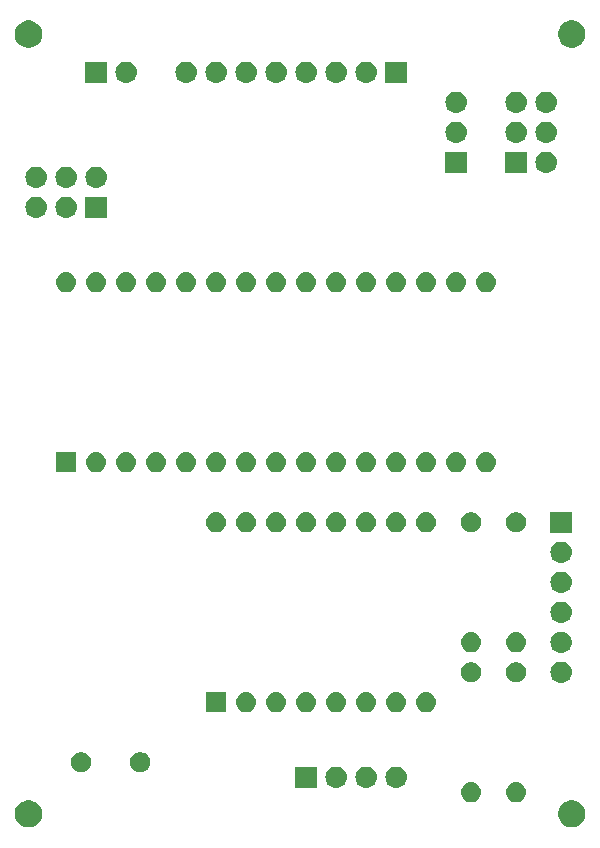
<source format=gts>
G04 #@! TF.GenerationSoftware,KiCad,Pcbnew,5.0.2+dfsg1-1~bpo9+1*
G04 #@! TF.CreationDate,2019-05-23T13:43:39+01:00*
G04 #@! TF.ProjectId,pcb01,70636230-312e-46b6-9963-61645f706362,rev?*
G04 #@! TF.SameCoordinates,Original*
G04 #@! TF.FileFunction,Soldermask,Top*
G04 #@! TF.FilePolarity,Negative*
%FSLAX46Y46*%
G04 Gerber Fmt 4.6, Leading zero omitted, Abs format (unit mm)*
G04 Created by KiCad (PCBNEW 5.0.2+dfsg1-1~bpo9+1) date Thu 23 May 2019 13:43:39 BST*
%MOMM*%
%LPD*%
G01*
G04 APERTURE LIST*
%ADD10C,0.100000*%
G04 APERTURE END LIST*
D10*
G36*
X143485734Y-108653232D02*
X143695202Y-108739996D01*
X143883723Y-108865962D01*
X144044038Y-109026277D01*
X144170004Y-109214798D01*
X144256768Y-109424266D01*
X144301000Y-109646635D01*
X144301000Y-109873365D01*
X144256768Y-110095734D01*
X144170004Y-110305202D01*
X144044038Y-110493723D01*
X143883723Y-110654038D01*
X143695202Y-110780004D01*
X143485734Y-110866768D01*
X143263365Y-110911000D01*
X143036635Y-110911000D01*
X142814266Y-110866768D01*
X142604798Y-110780004D01*
X142416277Y-110654038D01*
X142255962Y-110493723D01*
X142129996Y-110305202D01*
X142043232Y-110095734D01*
X141999000Y-109873365D01*
X141999000Y-109646635D01*
X142043232Y-109424266D01*
X142129996Y-109214798D01*
X142255962Y-109026277D01*
X142416277Y-108865962D01*
X142604798Y-108739996D01*
X142814266Y-108653232D01*
X143036635Y-108609000D01*
X143263365Y-108609000D01*
X143485734Y-108653232D01*
X143485734Y-108653232D01*
G37*
G36*
X97485734Y-108653232D02*
X97695202Y-108739996D01*
X97883723Y-108865962D01*
X98044038Y-109026277D01*
X98170004Y-109214798D01*
X98256768Y-109424266D01*
X98301000Y-109646635D01*
X98301000Y-109873365D01*
X98256768Y-110095734D01*
X98170004Y-110305202D01*
X98044038Y-110493723D01*
X97883723Y-110654038D01*
X97695202Y-110780004D01*
X97485734Y-110866768D01*
X97263365Y-110911000D01*
X97036635Y-110911000D01*
X96814266Y-110866768D01*
X96604798Y-110780004D01*
X96416277Y-110654038D01*
X96255962Y-110493723D01*
X96129996Y-110305202D01*
X96043232Y-110095734D01*
X95999000Y-109873365D01*
X95999000Y-109646635D01*
X96043232Y-109424266D01*
X96129996Y-109214798D01*
X96255962Y-109026277D01*
X96416277Y-108865962D01*
X96604798Y-108739996D01*
X96814266Y-108653232D01*
X97036635Y-108609000D01*
X97263365Y-108609000D01*
X97485734Y-108653232D01*
X97485734Y-108653232D01*
G37*
G36*
X138596821Y-107111313D02*
X138596824Y-107111314D01*
X138596825Y-107111314D01*
X138757239Y-107159975D01*
X138757241Y-107159976D01*
X138757244Y-107159977D01*
X138905078Y-107238995D01*
X139034659Y-107345341D01*
X139141005Y-107474922D01*
X139220023Y-107622756D01*
X139268687Y-107783179D01*
X139285117Y-107950000D01*
X139268687Y-108116821D01*
X139220023Y-108277244D01*
X139141005Y-108425078D01*
X139034659Y-108554659D01*
X138905078Y-108661005D01*
X138757244Y-108740023D01*
X138757241Y-108740024D01*
X138757239Y-108740025D01*
X138596825Y-108788686D01*
X138596824Y-108788686D01*
X138596821Y-108788687D01*
X138471804Y-108801000D01*
X138388196Y-108801000D01*
X138263179Y-108788687D01*
X138263176Y-108788686D01*
X138263175Y-108788686D01*
X138102761Y-108740025D01*
X138102759Y-108740024D01*
X138102756Y-108740023D01*
X137954922Y-108661005D01*
X137825341Y-108554659D01*
X137718995Y-108425078D01*
X137639977Y-108277244D01*
X137591313Y-108116821D01*
X137574883Y-107950000D01*
X137591313Y-107783179D01*
X137639977Y-107622756D01*
X137718995Y-107474922D01*
X137825341Y-107345341D01*
X137954922Y-107238995D01*
X138102756Y-107159977D01*
X138102759Y-107159976D01*
X138102761Y-107159975D01*
X138263175Y-107111314D01*
X138263176Y-107111314D01*
X138263179Y-107111313D01*
X138388196Y-107099000D01*
X138471804Y-107099000D01*
X138596821Y-107111313D01*
X138596821Y-107111313D01*
G37*
G36*
X134786821Y-107111313D02*
X134786824Y-107111314D01*
X134786825Y-107111314D01*
X134947239Y-107159975D01*
X134947241Y-107159976D01*
X134947244Y-107159977D01*
X135095078Y-107238995D01*
X135224659Y-107345341D01*
X135331005Y-107474922D01*
X135410023Y-107622756D01*
X135458687Y-107783179D01*
X135475117Y-107950000D01*
X135458687Y-108116821D01*
X135410023Y-108277244D01*
X135331005Y-108425078D01*
X135224659Y-108554659D01*
X135095078Y-108661005D01*
X134947244Y-108740023D01*
X134947241Y-108740024D01*
X134947239Y-108740025D01*
X134786825Y-108788686D01*
X134786824Y-108788686D01*
X134786821Y-108788687D01*
X134661804Y-108801000D01*
X134578196Y-108801000D01*
X134453179Y-108788687D01*
X134453176Y-108788686D01*
X134453175Y-108788686D01*
X134292761Y-108740025D01*
X134292759Y-108740024D01*
X134292756Y-108740023D01*
X134144922Y-108661005D01*
X134015341Y-108554659D01*
X133908995Y-108425078D01*
X133829977Y-108277244D01*
X133781313Y-108116821D01*
X133764883Y-107950000D01*
X133781313Y-107783179D01*
X133829977Y-107622756D01*
X133908995Y-107474922D01*
X134015341Y-107345341D01*
X134144922Y-107238995D01*
X134292756Y-107159977D01*
X134292759Y-107159976D01*
X134292761Y-107159975D01*
X134453175Y-107111314D01*
X134453176Y-107111314D01*
X134453179Y-107111313D01*
X134578196Y-107099000D01*
X134661804Y-107099000D01*
X134786821Y-107111313D01*
X134786821Y-107111313D01*
G37*
G36*
X128380443Y-105785519D02*
X128446627Y-105792037D01*
X128559853Y-105826384D01*
X128616467Y-105843557D01*
X128755087Y-105917652D01*
X128772991Y-105927222D01*
X128803769Y-105952481D01*
X128910186Y-106039814D01*
X128993448Y-106141271D01*
X129022778Y-106177009D01*
X129022779Y-106177011D01*
X129106443Y-106333533D01*
X129106443Y-106333534D01*
X129157963Y-106503373D01*
X129175359Y-106680000D01*
X129157963Y-106856627D01*
X129123616Y-106969853D01*
X129106443Y-107026467D01*
X129035080Y-107159975D01*
X129022778Y-107182991D01*
X128993448Y-107218729D01*
X128910186Y-107320186D01*
X128808729Y-107403448D01*
X128772991Y-107432778D01*
X128772989Y-107432779D01*
X128616467Y-107516443D01*
X128559853Y-107533616D01*
X128446627Y-107567963D01*
X128380443Y-107574481D01*
X128314260Y-107581000D01*
X128225740Y-107581000D01*
X128159557Y-107574481D01*
X128093373Y-107567963D01*
X127980147Y-107533616D01*
X127923533Y-107516443D01*
X127767011Y-107432779D01*
X127767009Y-107432778D01*
X127731271Y-107403448D01*
X127629814Y-107320186D01*
X127546552Y-107218729D01*
X127517222Y-107182991D01*
X127504920Y-107159975D01*
X127433557Y-107026467D01*
X127416384Y-106969853D01*
X127382037Y-106856627D01*
X127364641Y-106680000D01*
X127382037Y-106503373D01*
X127433557Y-106333534D01*
X127433557Y-106333533D01*
X127517221Y-106177011D01*
X127517222Y-106177009D01*
X127546552Y-106141271D01*
X127629814Y-106039814D01*
X127736231Y-105952481D01*
X127767009Y-105927222D01*
X127784913Y-105917652D01*
X127923533Y-105843557D01*
X127980147Y-105826384D01*
X128093373Y-105792037D01*
X128159557Y-105785519D01*
X128225740Y-105779000D01*
X128314260Y-105779000D01*
X128380443Y-105785519D01*
X128380443Y-105785519D01*
G37*
G36*
X125840443Y-105785519D02*
X125906627Y-105792037D01*
X126019853Y-105826384D01*
X126076467Y-105843557D01*
X126215087Y-105917652D01*
X126232991Y-105927222D01*
X126263769Y-105952481D01*
X126370186Y-106039814D01*
X126453448Y-106141271D01*
X126482778Y-106177009D01*
X126482779Y-106177011D01*
X126566443Y-106333533D01*
X126566443Y-106333534D01*
X126617963Y-106503373D01*
X126635359Y-106680000D01*
X126617963Y-106856627D01*
X126583616Y-106969853D01*
X126566443Y-107026467D01*
X126495080Y-107159975D01*
X126482778Y-107182991D01*
X126453448Y-107218729D01*
X126370186Y-107320186D01*
X126268729Y-107403448D01*
X126232991Y-107432778D01*
X126232989Y-107432779D01*
X126076467Y-107516443D01*
X126019853Y-107533616D01*
X125906627Y-107567963D01*
X125840443Y-107574481D01*
X125774260Y-107581000D01*
X125685740Y-107581000D01*
X125619557Y-107574481D01*
X125553373Y-107567963D01*
X125440147Y-107533616D01*
X125383533Y-107516443D01*
X125227011Y-107432779D01*
X125227009Y-107432778D01*
X125191271Y-107403448D01*
X125089814Y-107320186D01*
X125006552Y-107218729D01*
X124977222Y-107182991D01*
X124964920Y-107159975D01*
X124893557Y-107026467D01*
X124876384Y-106969853D01*
X124842037Y-106856627D01*
X124824641Y-106680000D01*
X124842037Y-106503373D01*
X124893557Y-106333534D01*
X124893557Y-106333533D01*
X124977221Y-106177011D01*
X124977222Y-106177009D01*
X125006552Y-106141271D01*
X125089814Y-106039814D01*
X125196231Y-105952481D01*
X125227009Y-105927222D01*
X125244913Y-105917652D01*
X125383533Y-105843557D01*
X125440147Y-105826384D01*
X125553373Y-105792037D01*
X125619557Y-105785519D01*
X125685740Y-105779000D01*
X125774260Y-105779000D01*
X125840443Y-105785519D01*
X125840443Y-105785519D01*
G37*
G36*
X123300443Y-105785519D02*
X123366627Y-105792037D01*
X123479853Y-105826384D01*
X123536467Y-105843557D01*
X123675087Y-105917652D01*
X123692991Y-105927222D01*
X123723769Y-105952481D01*
X123830186Y-106039814D01*
X123913448Y-106141271D01*
X123942778Y-106177009D01*
X123942779Y-106177011D01*
X124026443Y-106333533D01*
X124026443Y-106333534D01*
X124077963Y-106503373D01*
X124095359Y-106680000D01*
X124077963Y-106856627D01*
X124043616Y-106969853D01*
X124026443Y-107026467D01*
X123955080Y-107159975D01*
X123942778Y-107182991D01*
X123913448Y-107218729D01*
X123830186Y-107320186D01*
X123728729Y-107403448D01*
X123692991Y-107432778D01*
X123692989Y-107432779D01*
X123536467Y-107516443D01*
X123479853Y-107533616D01*
X123366627Y-107567963D01*
X123300443Y-107574481D01*
X123234260Y-107581000D01*
X123145740Y-107581000D01*
X123079557Y-107574481D01*
X123013373Y-107567963D01*
X122900147Y-107533616D01*
X122843533Y-107516443D01*
X122687011Y-107432779D01*
X122687009Y-107432778D01*
X122651271Y-107403448D01*
X122549814Y-107320186D01*
X122466552Y-107218729D01*
X122437222Y-107182991D01*
X122424920Y-107159975D01*
X122353557Y-107026467D01*
X122336384Y-106969853D01*
X122302037Y-106856627D01*
X122284641Y-106680000D01*
X122302037Y-106503373D01*
X122353557Y-106333534D01*
X122353557Y-106333533D01*
X122437221Y-106177011D01*
X122437222Y-106177009D01*
X122466552Y-106141271D01*
X122549814Y-106039814D01*
X122656231Y-105952481D01*
X122687009Y-105927222D01*
X122704913Y-105917652D01*
X122843533Y-105843557D01*
X122900147Y-105826384D01*
X123013373Y-105792037D01*
X123079557Y-105785519D01*
X123145740Y-105779000D01*
X123234260Y-105779000D01*
X123300443Y-105785519D01*
X123300443Y-105785519D01*
G37*
G36*
X121551000Y-107581000D02*
X119749000Y-107581000D01*
X119749000Y-105779000D01*
X121551000Y-105779000D01*
X121551000Y-107581000D01*
X121551000Y-107581000D01*
G37*
G36*
X106848228Y-104591703D02*
X107003100Y-104655853D01*
X107142481Y-104748985D01*
X107261015Y-104867519D01*
X107354147Y-105006900D01*
X107418297Y-105161772D01*
X107451000Y-105326184D01*
X107451000Y-105493816D01*
X107418297Y-105658228D01*
X107354147Y-105813100D01*
X107261015Y-105952481D01*
X107142481Y-106071015D01*
X107003100Y-106164147D01*
X106848228Y-106228297D01*
X106683816Y-106261000D01*
X106516184Y-106261000D01*
X106351772Y-106228297D01*
X106196900Y-106164147D01*
X106057519Y-106071015D01*
X105938985Y-105952481D01*
X105845853Y-105813100D01*
X105781703Y-105658228D01*
X105749000Y-105493816D01*
X105749000Y-105326184D01*
X105781703Y-105161772D01*
X105845853Y-105006900D01*
X105938985Y-104867519D01*
X106057519Y-104748985D01*
X106196900Y-104655853D01*
X106351772Y-104591703D01*
X106516184Y-104559000D01*
X106683816Y-104559000D01*
X106848228Y-104591703D01*
X106848228Y-104591703D01*
G37*
G36*
X101848228Y-104591703D02*
X102003100Y-104655853D01*
X102142481Y-104748985D01*
X102261015Y-104867519D01*
X102354147Y-105006900D01*
X102418297Y-105161772D01*
X102451000Y-105326184D01*
X102451000Y-105493816D01*
X102418297Y-105658228D01*
X102354147Y-105813100D01*
X102261015Y-105952481D01*
X102142481Y-106071015D01*
X102003100Y-106164147D01*
X101848228Y-106228297D01*
X101683816Y-106261000D01*
X101516184Y-106261000D01*
X101351772Y-106228297D01*
X101196900Y-106164147D01*
X101057519Y-106071015D01*
X100938985Y-105952481D01*
X100845853Y-105813100D01*
X100781703Y-105658228D01*
X100749000Y-105493816D01*
X100749000Y-105326184D01*
X100781703Y-105161772D01*
X100845853Y-105006900D01*
X100938985Y-104867519D01*
X101057519Y-104748985D01*
X101196900Y-104655853D01*
X101351772Y-104591703D01*
X101516184Y-104559000D01*
X101683816Y-104559000D01*
X101848228Y-104591703D01*
X101848228Y-104591703D01*
G37*
G36*
X118276821Y-99491313D02*
X118276824Y-99491314D01*
X118276825Y-99491314D01*
X118437239Y-99539975D01*
X118437241Y-99539976D01*
X118437244Y-99539977D01*
X118585078Y-99618995D01*
X118714659Y-99725341D01*
X118821005Y-99854922D01*
X118900023Y-100002756D01*
X118948687Y-100163179D01*
X118965117Y-100330000D01*
X118948687Y-100496821D01*
X118900023Y-100657244D01*
X118821005Y-100805078D01*
X118714659Y-100934659D01*
X118585078Y-101041005D01*
X118437244Y-101120023D01*
X118437241Y-101120024D01*
X118437239Y-101120025D01*
X118276825Y-101168686D01*
X118276824Y-101168686D01*
X118276821Y-101168687D01*
X118151804Y-101181000D01*
X118068196Y-101181000D01*
X117943179Y-101168687D01*
X117943176Y-101168686D01*
X117943175Y-101168686D01*
X117782761Y-101120025D01*
X117782759Y-101120024D01*
X117782756Y-101120023D01*
X117634922Y-101041005D01*
X117505341Y-100934659D01*
X117398995Y-100805078D01*
X117319977Y-100657244D01*
X117271313Y-100496821D01*
X117254883Y-100330000D01*
X117271313Y-100163179D01*
X117319977Y-100002756D01*
X117398995Y-99854922D01*
X117505341Y-99725341D01*
X117634922Y-99618995D01*
X117782756Y-99539977D01*
X117782759Y-99539976D01*
X117782761Y-99539975D01*
X117943175Y-99491314D01*
X117943176Y-99491314D01*
X117943179Y-99491313D01*
X118068196Y-99479000D01*
X118151804Y-99479000D01*
X118276821Y-99491313D01*
X118276821Y-99491313D01*
G37*
G36*
X113881000Y-101181000D02*
X112179000Y-101181000D01*
X112179000Y-99479000D01*
X113881000Y-99479000D01*
X113881000Y-101181000D01*
X113881000Y-101181000D01*
G37*
G36*
X130976821Y-99491313D02*
X130976824Y-99491314D01*
X130976825Y-99491314D01*
X131137239Y-99539975D01*
X131137241Y-99539976D01*
X131137244Y-99539977D01*
X131285078Y-99618995D01*
X131414659Y-99725341D01*
X131521005Y-99854922D01*
X131600023Y-100002756D01*
X131648687Y-100163179D01*
X131665117Y-100330000D01*
X131648687Y-100496821D01*
X131600023Y-100657244D01*
X131521005Y-100805078D01*
X131414659Y-100934659D01*
X131285078Y-101041005D01*
X131137244Y-101120023D01*
X131137241Y-101120024D01*
X131137239Y-101120025D01*
X130976825Y-101168686D01*
X130976824Y-101168686D01*
X130976821Y-101168687D01*
X130851804Y-101181000D01*
X130768196Y-101181000D01*
X130643179Y-101168687D01*
X130643176Y-101168686D01*
X130643175Y-101168686D01*
X130482761Y-101120025D01*
X130482759Y-101120024D01*
X130482756Y-101120023D01*
X130334922Y-101041005D01*
X130205341Y-100934659D01*
X130098995Y-100805078D01*
X130019977Y-100657244D01*
X129971313Y-100496821D01*
X129954883Y-100330000D01*
X129971313Y-100163179D01*
X130019977Y-100002756D01*
X130098995Y-99854922D01*
X130205341Y-99725341D01*
X130334922Y-99618995D01*
X130482756Y-99539977D01*
X130482759Y-99539976D01*
X130482761Y-99539975D01*
X130643175Y-99491314D01*
X130643176Y-99491314D01*
X130643179Y-99491313D01*
X130768196Y-99479000D01*
X130851804Y-99479000D01*
X130976821Y-99491313D01*
X130976821Y-99491313D01*
G37*
G36*
X128436821Y-99491313D02*
X128436824Y-99491314D01*
X128436825Y-99491314D01*
X128597239Y-99539975D01*
X128597241Y-99539976D01*
X128597244Y-99539977D01*
X128745078Y-99618995D01*
X128874659Y-99725341D01*
X128981005Y-99854922D01*
X129060023Y-100002756D01*
X129108687Y-100163179D01*
X129125117Y-100330000D01*
X129108687Y-100496821D01*
X129060023Y-100657244D01*
X128981005Y-100805078D01*
X128874659Y-100934659D01*
X128745078Y-101041005D01*
X128597244Y-101120023D01*
X128597241Y-101120024D01*
X128597239Y-101120025D01*
X128436825Y-101168686D01*
X128436824Y-101168686D01*
X128436821Y-101168687D01*
X128311804Y-101181000D01*
X128228196Y-101181000D01*
X128103179Y-101168687D01*
X128103176Y-101168686D01*
X128103175Y-101168686D01*
X127942761Y-101120025D01*
X127942759Y-101120024D01*
X127942756Y-101120023D01*
X127794922Y-101041005D01*
X127665341Y-100934659D01*
X127558995Y-100805078D01*
X127479977Y-100657244D01*
X127431313Y-100496821D01*
X127414883Y-100330000D01*
X127431313Y-100163179D01*
X127479977Y-100002756D01*
X127558995Y-99854922D01*
X127665341Y-99725341D01*
X127794922Y-99618995D01*
X127942756Y-99539977D01*
X127942759Y-99539976D01*
X127942761Y-99539975D01*
X128103175Y-99491314D01*
X128103176Y-99491314D01*
X128103179Y-99491313D01*
X128228196Y-99479000D01*
X128311804Y-99479000D01*
X128436821Y-99491313D01*
X128436821Y-99491313D01*
G37*
G36*
X123356821Y-99491313D02*
X123356824Y-99491314D01*
X123356825Y-99491314D01*
X123517239Y-99539975D01*
X123517241Y-99539976D01*
X123517244Y-99539977D01*
X123665078Y-99618995D01*
X123794659Y-99725341D01*
X123901005Y-99854922D01*
X123980023Y-100002756D01*
X124028687Y-100163179D01*
X124045117Y-100330000D01*
X124028687Y-100496821D01*
X123980023Y-100657244D01*
X123901005Y-100805078D01*
X123794659Y-100934659D01*
X123665078Y-101041005D01*
X123517244Y-101120023D01*
X123517241Y-101120024D01*
X123517239Y-101120025D01*
X123356825Y-101168686D01*
X123356824Y-101168686D01*
X123356821Y-101168687D01*
X123231804Y-101181000D01*
X123148196Y-101181000D01*
X123023179Y-101168687D01*
X123023176Y-101168686D01*
X123023175Y-101168686D01*
X122862761Y-101120025D01*
X122862759Y-101120024D01*
X122862756Y-101120023D01*
X122714922Y-101041005D01*
X122585341Y-100934659D01*
X122478995Y-100805078D01*
X122399977Y-100657244D01*
X122351313Y-100496821D01*
X122334883Y-100330000D01*
X122351313Y-100163179D01*
X122399977Y-100002756D01*
X122478995Y-99854922D01*
X122585341Y-99725341D01*
X122714922Y-99618995D01*
X122862756Y-99539977D01*
X122862759Y-99539976D01*
X122862761Y-99539975D01*
X123023175Y-99491314D01*
X123023176Y-99491314D01*
X123023179Y-99491313D01*
X123148196Y-99479000D01*
X123231804Y-99479000D01*
X123356821Y-99491313D01*
X123356821Y-99491313D01*
G37*
G36*
X120816821Y-99491313D02*
X120816824Y-99491314D01*
X120816825Y-99491314D01*
X120977239Y-99539975D01*
X120977241Y-99539976D01*
X120977244Y-99539977D01*
X121125078Y-99618995D01*
X121254659Y-99725341D01*
X121361005Y-99854922D01*
X121440023Y-100002756D01*
X121488687Y-100163179D01*
X121505117Y-100330000D01*
X121488687Y-100496821D01*
X121440023Y-100657244D01*
X121361005Y-100805078D01*
X121254659Y-100934659D01*
X121125078Y-101041005D01*
X120977244Y-101120023D01*
X120977241Y-101120024D01*
X120977239Y-101120025D01*
X120816825Y-101168686D01*
X120816824Y-101168686D01*
X120816821Y-101168687D01*
X120691804Y-101181000D01*
X120608196Y-101181000D01*
X120483179Y-101168687D01*
X120483176Y-101168686D01*
X120483175Y-101168686D01*
X120322761Y-101120025D01*
X120322759Y-101120024D01*
X120322756Y-101120023D01*
X120174922Y-101041005D01*
X120045341Y-100934659D01*
X119938995Y-100805078D01*
X119859977Y-100657244D01*
X119811313Y-100496821D01*
X119794883Y-100330000D01*
X119811313Y-100163179D01*
X119859977Y-100002756D01*
X119938995Y-99854922D01*
X120045341Y-99725341D01*
X120174922Y-99618995D01*
X120322756Y-99539977D01*
X120322759Y-99539976D01*
X120322761Y-99539975D01*
X120483175Y-99491314D01*
X120483176Y-99491314D01*
X120483179Y-99491313D01*
X120608196Y-99479000D01*
X120691804Y-99479000D01*
X120816821Y-99491313D01*
X120816821Y-99491313D01*
G37*
G36*
X115736821Y-99491313D02*
X115736824Y-99491314D01*
X115736825Y-99491314D01*
X115897239Y-99539975D01*
X115897241Y-99539976D01*
X115897244Y-99539977D01*
X116045078Y-99618995D01*
X116174659Y-99725341D01*
X116281005Y-99854922D01*
X116360023Y-100002756D01*
X116408687Y-100163179D01*
X116425117Y-100330000D01*
X116408687Y-100496821D01*
X116360023Y-100657244D01*
X116281005Y-100805078D01*
X116174659Y-100934659D01*
X116045078Y-101041005D01*
X115897244Y-101120023D01*
X115897241Y-101120024D01*
X115897239Y-101120025D01*
X115736825Y-101168686D01*
X115736824Y-101168686D01*
X115736821Y-101168687D01*
X115611804Y-101181000D01*
X115528196Y-101181000D01*
X115403179Y-101168687D01*
X115403176Y-101168686D01*
X115403175Y-101168686D01*
X115242761Y-101120025D01*
X115242759Y-101120024D01*
X115242756Y-101120023D01*
X115094922Y-101041005D01*
X114965341Y-100934659D01*
X114858995Y-100805078D01*
X114779977Y-100657244D01*
X114731313Y-100496821D01*
X114714883Y-100330000D01*
X114731313Y-100163179D01*
X114779977Y-100002756D01*
X114858995Y-99854922D01*
X114965341Y-99725341D01*
X115094922Y-99618995D01*
X115242756Y-99539977D01*
X115242759Y-99539976D01*
X115242761Y-99539975D01*
X115403175Y-99491314D01*
X115403176Y-99491314D01*
X115403179Y-99491313D01*
X115528196Y-99479000D01*
X115611804Y-99479000D01*
X115736821Y-99491313D01*
X115736821Y-99491313D01*
G37*
G36*
X125896821Y-99491313D02*
X125896824Y-99491314D01*
X125896825Y-99491314D01*
X126057239Y-99539975D01*
X126057241Y-99539976D01*
X126057244Y-99539977D01*
X126205078Y-99618995D01*
X126334659Y-99725341D01*
X126441005Y-99854922D01*
X126520023Y-100002756D01*
X126568687Y-100163179D01*
X126585117Y-100330000D01*
X126568687Y-100496821D01*
X126520023Y-100657244D01*
X126441005Y-100805078D01*
X126334659Y-100934659D01*
X126205078Y-101041005D01*
X126057244Y-101120023D01*
X126057241Y-101120024D01*
X126057239Y-101120025D01*
X125896825Y-101168686D01*
X125896824Y-101168686D01*
X125896821Y-101168687D01*
X125771804Y-101181000D01*
X125688196Y-101181000D01*
X125563179Y-101168687D01*
X125563176Y-101168686D01*
X125563175Y-101168686D01*
X125402761Y-101120025D01*
X125402759Y-101120024D01*
X125402756Y-101120023D01*
X125254922Y-101041005D01*
X125125341Y-100934659D01*
X125018995Y-100805078D01*
X124939977Y-100657244D01*
X124891313Y-100496821D01*
X124874883Y-100330000D01*
X124891313Y-100163179D01*
X124939977Y-100002756D01*
X125018995Y-99854922D01*
X125125341Y-99725341D01*
X125254922Y-99618995D01*
X125402756Y-99539977D01*
X125402759Y-99539976D01*
X125402761Y-99539975D01*
X125563175Y-99491314D01*
X125563176Y-99491314D01*
X125563179Y-99491313D01*
X125688196Y-99479000D01*
X125771804Y-99479000D01*
X125896821Y-99491313D01*
X125896821Y-99491313D01*
G37*
G36*
X142350442Y-96895518D02*
X142416627Y-96902037D01*
X142529853Y-96936384D01*
X142586467Y-96953557D01*
X142725087Y-97027652D01*
X142742991Y-97037222D01*
X142778729Y-97066552D01*
X142880186Y-97149814D01*
X142960369Y-97247519D01*
X142992778Y-97287009D01*
X142992779Y-97287011D01*
X143076443Y-97443533D01*
X143076443Y-97443534D01*
X143127963Y-97613373D01*
X143145359Y-97790000D01*
X143127963Y-97966627D01*
X143106243Y-98038228D01*
X143076443Y-98136467D01*
X143002348Y-98275087D01*
X142992778Y-98292991D01*
X142963448Y-98328729D01*
X142880186Y-98430186D01*
X142778729Y-98513448D01*
X142742991Y-98542778D01*
X142742989Y-98542779D01*
X142586467Y-98626443D01*
X142538478Y-98641000D01*
X142416627Y-98677963D01*
X142350442Y-98684482D01*
X142284260Y-98691000D01*
X142195740Y-98691000D01*
X142129558Y-98684482D01*
X142063373Y-98677963D01*
X141941522Y-98641000D01*
X141893533Y-98626443D01*
X141737011Y-98542779D01*
X141737009Y-98542778D01*
X141701271Y-98513448D01*
X141599814Y-98430186D01*
X141516552Y-98328729D01*
X141487222Y-98292991D01*
X141477652Y-98275087D01*
X141403557Y-98136467D01*
X141373757Y-98038228D01*
X141352037Y-97966627D01*
X141334641Y-97790000D01*
X141352037Y-97613373D01*
X141403557Y-97443534D01*
X141403557Y-97443533D01*
X141487221Y-97287011D01*
X141487222Y-97287009D01*
X141519631Y-97247519D01*
X141599814Y-97149814D01*
X141701271Y-97066552D01*
X141737009Y-97037222D01*
X141754913Y-97027652D01*
X141893533Y-96953557D01*
X141950147Y-96936384D01*
X142063373Y-96902037D01*
X142129558Y-96895518D01*
X142195740Y-96889000D01*
X142284260Y-96889000D01*
X142350442Y-96895518D01*
X142350442Y-96895518D01*
G37*
G36*
X138678228Y-96971703D02*
X138833100Y-97035853D01*
X138972481Y-97128985D01*
X139091015Y-97247519D01*
X139184147Y-97386900D01*
X139248297Y-97541772D01*
X139281000Y-97706184D01*
X139281000Y-97873816D01*
X139248297Y-98038228D01*
X139184147Y-98193100D01*
X139091015Y-98332481D01*
X138972481Y-98451015D01*
X138833100Y-98544147D01*
X138678228Y-98608297D01*
X138513816Y-98641000D01*
X138346184Y-98641000D01*
X138181772Y-98608297D01*
X138026900Y-98544147D01*
X137887519Y-98451015D01*
X137768985Y-98332481D01*
X137675853Y-98193100D01*
X137611703Y-98038228D01*
X137579000Y-97873816D01*
X137579000Y-97706184D01*
X137611703Y-97541772D01*
X137675853Y-97386900D01*
X137768985Y-97247519D01*
X137887519Y-97128985D01*
X138026900Y-97035853D01*
X138181772Y-96971703D01*
X138346184Y-96939000D01*
X138513816Y-96939000D01*
X138678228Y-96971703D01*
X138678228Y-96971703D01*
G37*
G36*
X134868228Y-96971703D02*
X135023100Y-97035853D01*
X135162481Y-97128985D01*
X135281015Y-97247519D01*
X135374147Y-97386900D01*
X135438297Y-97541772D01*
X135471000Y-97706184D01*
X135471000Y-97873816D01*
X135438297Y-98038228D01*
X135374147Y-98193100D01*
X135281015Y-98332481D01*
X135162481Y-98451015D01*
X135023100Y-98544147D01*
X134868228Y-98608297D01*
X134703816Y-98641000D01*
X134536184Y-98641000D01*
X134371772Y-98608297D01*
X134216900Y-98544147D01*
X134077519Y-98451015D01*
X133958985Y-98332481D01*
X133865853Y-98193100D01*
X133801703Y-98038228D01*
X133769000Y-97873816D01*
X133769000Y-97706184D01*
X133801703Y-97541772D01*
X133865853Y-97386900D01*
X133958985Y-97247519D01*
X134077519Y-97128985D01*
X134216900Y-97035853D01*
X134371772Y-96971703D01*
X134536184Y-96939000D01*
X134703816Y-96939000D01*
X134868228Y-96971703D01*
X134868228Y-96971703D01*
G37*
G36*
X142350442Y-94355518D02*
X142416627Y-94362037D01*
X142529853Y-94396384D01*
X142586467Y-94413557D01*
X142673311Y-94459977D01*
X142742991Y-94497222D01*
X142778729Y-94526552D01*
X142880186Y-94609814D01*
X142963448Y-94711271D01*
X142992778Y-94747009D01*
X142992779Y-94747011D01*
X143076443Y-94903533D01*
X143093616Y-94960147D01*
X143127963Y-95073373D01*
X143145359Y-95250000D01*
X143127963Y-95426627D01*
X143093616Y-95539853D01*
X143076443Y-95596467D01*
X143007698Y-95725078D01*
X142992778Y-95752991D01*
X142963448Y-95788729D01*
X142880186Y-95890186D01*
X142778729Y-95973448D01*
X142742991Y-96002778D01*
X142742989Y-96002779D01*
X142586467Y-96086443D01*
X142579069Y-96088687D01*
X142416627Y-96137963D01*
X142350443Y-96144481D01*
X142284260Y-96151000D01*
X142195740Y-96151000D01*
X142129558Y-96144482D01*
X142063373Y-96137963D01*
X141900931Y-96088687D01*
X141893533Y-96086443D01*
X141737011Y-96002779D01*
X141737009Y-96002778D01*
X141701271Y-95973448D01*
X141599814Y-95890186D01*
X141516552Y-95788729D01*
X141487222Y-95752991D01*
X141472302Y-95725078D01*
X141403557Y-95596467D01*
X141386384Y-95539853D01*
X141352037Y-95426627D01*
X141334641Y-95250000D01*
X141352037Y-95073373D01*
X141386384Y-94960147D01*
X141403557Y-94903533D01*
X141487221Y-94747011D01*
X141487222Y-94747009D01*
X141516552Y-94711271D01*
X141599814Y-94609814D01*
X141701271Y-94526552D01*
X141737009Y-94497222D01*
X141806689Y-94459977D01*
X141893533Y-94413557D01*
X141950147Y-94396384D01*
X142063373Y-94362037D01*
X142129557Y-94355519D01*
X142195740Y-94349000D01*
X142284260Y-94349000D01*
X142350442Y-94355518D01*
X142350442Y-94355518D01*
G37*
G36*
X138596821Y-94411313D02*
X138596824Y-94411314D01*
X138596825Y-94411314D01*
X138757239Y-94459975D01*
X138757241Y-94459976D01*
X138757244Y-94459977D01*
X138905078Y-94538995D01*
X139034659Y-94645341D01*
X139141005Y-94774922D01*
X139220023Y-94922756D01*
X139220024Y-94922759D01*
X139220025Y-94922761D01*
X139265713Y-95073375D01*
X139268687Y-95083179D01*
X139285117Y-95250000D01*
X139268687Y-95416821D01*
X139268686Y-95416824D01*
X139268686Y-95416825D01*
X139265713Y-95426627D01*
X139220023Y-95577244D01*
X139141005Y-95725078D01*
X139034659Y-95854659D01*
X138905078Y-95961005D01*
X138757244Y-96040023D01*
X138757241Y-96040024D01*
X138757239Y-96040025D01*
X138596825Y-96088686D01*
X138596824Y-96088686D01*
X138596821Y-96088687D01*
X138471804Y-96101000D01*
X138388196Y-96101000D01*
X138263179Y-96088687D01*
X138263176Y-96088686D01*
X138263175Y-96088686D01*
X138102761Y-96040025D01*
X138102759Y-96040024D01*
X138102756Y-96040023D01*
X137954922Y-95961005D01*
X137825341Y-95854659D01*
X137718995Y-95725078D01*
X137639977Y-95577244D01*
X137594288Y-95426627D01*
X137591314Y-95416825D01*
X137591314Y-95416824D01*
X137591313Y-95416821D01*
X137574883Y-95250000D01*
X137591313Y-95083179D01*
X137594287Y-95073375D01*
X137639975Y-94922761D01*
X137639976Y-94922759D01*
X137639977Y-94922756D01*
X137718995Y-94774922D01*
X137825341Y-94645341D01*
X137954922Y-94538995D01*
X138102756Y-94459977D01*
X138102759Y-94459976D01*
X138102761Y-94459975D01*
X138263175Y-94411314D01*
X138263176Y-94411314D01*
X138263179Y-94411313D01*
X138388196Y-94399000D01*
X138471804Y-94399000D01*
X138596821Y-94411313D01*
X138596821Y-94411313D01*
G37*
G36*
X134786821Y-94411313D02*
X134786824Y-94411314D01*
X134786825Y-94411314D01*
X134947239Y-94459975D01*
X134947241Y-94459976D01*
X134947244Y-94459977D01*
X135095078Y-94538995D01*
X135224659Y-94645341D01*
X135331005Y-94774922D01*
X135410023Y-94922756D01*
X135410024Y-94922759D01*
X135410025Y-94922761D01*
X135455713Y-95073375D01*
X135458687Y-95083179D01*
X135475117Y-95250000D01*
X135458687Y-95416821D01*
X135458686Y-95416824D01*
X135458686Y-95416825D01*
X135455713Y-95426627D01*
X135410023Y-95577244D01*
X135331005Y-95725078D01*
X135224659Y-95854659D01*
X135095078Y-95961005D01*
X134947244Y-96040023D01*
X134947241Y-96040024D01*
X134947239Y-96040025D01*
X134786825Y-96088686D01*
X134786824Y-96088686D01*
X134786821Y-96088687D01*
X134661804Y-96101000D01*
X134578196Y-96101000D01*
X134453179Y-96088687D01*
X134453176Y-96088686D01*
X134453175Y-96088686D01*
X134292761Y-96040025D01*
X134292759Y-96040024D01*
X134292756Y-96040023D01*
X134144922Y-95961005D01*
X134015341Y-95854659D01*
X133908995Y-95725078D01*
X133829977Y-95577244D01*
X133784288Y-95426627D01*
X133781314Y-95416825D01*
X133781314Y-95416824D01*
X133781313Y-95416821D01*
X133764883Y-95250000D01*
X133781313Y-95083179D01*
X133784287Y-95073375D01*
X133829975Y-94922761D01*
X133829976Y-94922759D01*
X133829977Y-94922756D01*
X133908995Y-94774922D01*
X134015341Y-94645341D01*
X134144922Y-94538995D01*
X134292756Y-94459977D01*
X134292759Y-94459976D01*
X134292761Y-94459975D01*
X134453175Y-94411314D01*
X134453176Y-94411314D01*
X134453179Y-94411313D01*
X134578196Y-94399000D01*
X134661804Y-94399000D01*
X134786821Y-94411313D01*
X134786821Y-94411313D01*
G37*
G36*
X142350442Y-91815518D02*
X142416627Y-91822037D01*
X142529853Y-91856384D01*
X142586467Y-91873557D01*
X142725087Y-91947652D01*
X142742991Y-91957222D01*
X142778729Y-91986552D01*
X142880186Y-92069814D01*
X142963448Y-92171271D01*
X142992778Y-92207009D01*
X142992779Y-92207011D01*
X143076443Y-92363533D01*
X143076443Y-92363534D01*
X143127963Y-92533373D01*
X143145359Y-92710000D01*
X143127963Y-92886627D01*
X143093616Y-92999853D01*
X143076443Y-93056467D01*
X143002348Y-93195087D01*
X142992778Y-93212991D01*
X142963448Y-93248729D01*
X142880186Y-93350186D01*
X142778729Y-93433448D01*
X142742991Y-93462778D01*
X142742989Y-93462779D01*
X142586467Y-93546443D01*
X142529853Y-93563616D01*
X142416627Y-93597963D01*
X142350442Y-93604482D01*
X142284260Y-93611000D01*
X142195740Y-93611000D01*
X142129557Y-93604481D01*
X142063373Y-93597963D01*
X141950147Y-93563616D01*
X141893533Y-93546443D01*
X141737011Y-93462779D01*
X141737009Y-93462778D01*
X141701271Y-93433448D01*
X141599814Y-93350186D01*
X141516552Y-93248729D01*
X141487222Y-93212991D01*
X141477652Y-93195087D01*
X141403557Y-93056467D01*
X141386384Y-92999853D01*
X141352037Y-92886627D01*
X141334641Y-92710000D01*
X141352037Y-92533373D01*
X141403557Y-92363534D01*
X141403557Y-92363533D01*
X141487221Y-92207011D01*
X141487222Y-92207009D01*
X141516552Y-92171271D01*
X141599814Y-92069814D01*
X141701271Y-91986552D01*
X141737009Y-91957222D01*
X141754913Y-91947652D01*
X141893533Y-91873557D01*
X141950147Y-91856384D01*
X142063373Y-91822037D01*
X142129558Y-91815518D01*
X142195740Y-91809000D01*
X142284260Y-91809000D01*
X142350442Y-91815518D01*
X142350442Y-91815518D01*
G37*
G36*
X142350443Y-89275519D02*
X142416627Y-89282037D01*
X142529853Y-89316384D01*
X142586467Y-89333557D01*
X142725087Y-89407652D01*
X142742991Y-89417222D01*
X142778729Y-89446552D01*
X142880186Y-89529814D01*
X142963448Y-89631271D01*
X142992778Y-89667009D01*
X142992779Y-89667011D01*
X143076443Y-89823533D01*
X143076443Y-89823534D01*
X143127963Y-89993373D01*
X143145359Y-90170000D01*
X143127963Y-90346627D01*
X143093616Y-90459853D01*
X143076443Y-90516467D01*
X143002348Y-90655087D01*
X142992778Y-90672991D01*
X142963448Y-90708729D01*
X142880186Y-90810186D01*
X142778729Y-90893448D01*
X142742991Y-90922778D01*
X142742989Y-90922779D01*
X142586467Y-91006443D01*
X142529853Y-91023616D01*
X142416627Y-91057963D01*
X142350442Y-91064482D01*
X142284260Y-91071000D01*
X142195740Y-91071000D01*
X142129558Y-91064482D01*
X142063373Y-91057963D01*
X141950147Y-91023616D01*
X141893533Y-91006443D01*
X141737011Y-90922779D01*
X141737009Y-90922778D01*
X141701271Y-90893448D01*
X141599814Y-90810186D01*
X141516552Y-90708729D01*
X141487222Y-90672991D01*
X141477652Y-90655087D01*
X141403557Y-90516467D01*
X141386384Y-90459853D01*
X141352037Y-90346627D01*
X141334641Y-90170000D01*
X141352037Y-89993373D01*
X141403557Y-89823534D01*
X141403557Y-89823533D01*
X141487221Y-89667011D01*
X141487222Y-89667009D01*
X141516552Y-89631271D01*
X141599814Y-89529814D01*
X141701271Y-89446552D01*
X141737009Y-89417222D01*
X141754913Y-89407652D01*
X141893533Y-89333557D01*
X141950147Y-89316384D01*
X142063373Y-89282037D01*
X142129557Y-89275519D01*
X142195740Y-89269000D01*
X142284260Y-89269000D01*
X142350443Y-89275519D01*
X142350443Y-89275519D01*
G37*
G36*
X142350442Y-86735518D02*
X142416627Y-86742037D01*
X142529853Y-86776384D01*
X142586467Y-86793557D01*
X142725087Y-86867652D01*
X142742991Y-86877222D01*
X142778729Y-86906552D01*
X142880186Y-86989814D01*
X142963448Y-87091271D01*
X142992778Y-87127009D01*
X142992779Y-87127011D01*
X143076443Y-87283533D01*
X143076443Y-87283534D01*
X143127963Y-87453373D01*
X143145359Y-87630000D01*
X143127963Y-87806627D01*
X143093616Y-87919853D01*
X143076443Y-87976467D01*
X143002348Y-88115087D01*
X142992778Y-88132991D01*
X142963448Y-88168729D01*
X142880186Y-88270186D01*
X142778729Y-88353448D01*
X142742991Y-88382778D01*
X142742989Y-88382779D01*
X142586467Y-88466443D01*
X142529853Y-88483616D01*
X142416627Y-88517963D01*
X142350442Y-88524482D01*
X142284260Y-88531000D01*
X142195740Y-88531000D01*
X142129558Y-88524482D01*
X142063373Y-88517963D01*
X141950147Y-88483616D01*
X141893533Y-88466443D01*
X141737011Y-88382779D01*
X141737009Y-88382778D01*
X141701271Y-88353448D01*
X141599814Y-88270186D01*
X141516552Y-88168729D01*
X141487222Y-88132991D01*
X141477652Y-88115087D01*
X141403557Y-87976467D01*
X141386384Y-87919853D01*
X141352037Y-87806627D01*
X141334641Y-87630000D01*
X141352037Y-87453373D01*
X141403557Y-87283534D01*
X141403557Y-87283533D01*
X141487221Y-87127011D01*
X141487222Y-87127009D01*
X141516552Y-87091271D01*
X141599814Y-86989814D01*
X141701271Y-86906552D01*
X141737009Y-86877222D01*
X141754913Y-86867652D01*
X141893533Y-86793557D01*
X141950147Y-86776384D01*
X142063373Y-86742037D01*
X142129558Y-86735518D01*
X142195740Y-86729000D01*
X142284260Y-86729000D01*
X142350442Y-86735518D01*
X142350442Y-86735518D01*
G37*
G36*
X143141000Y-85991000D02*
X141339000Y-85991000D01*
X141339000Y-84189000D01*
X143141000Y-84189000D01*
X143141000Y-85991000D01*
X143141000Y-85991000D01*
G37*
G36*
X118276821Y-84251313D02*
X118276824Y-84251314D01*
X118276825Y-84251314D01*
X118437239Y-84299975D01*
X118437241Y-84299976D01*
X118437244Y-84299977D01*
X118585078Y-84378995D01*
X118714659Y-84485341D01*
X118821005Y-84614922D01*
X118900023Y-84762756D01*
X118900024Y-84762759D01*
X118900025Y-84762761D01*
X118948686Y-84923175D01*
X118948687Y-84923179D01*
X118965117Y-85090000D01*
X118948687Y-85256821D01*
X118948686Y-85256824D01*
X118948686Y-85256825D01*
X118923993Y-85338228D01*
X118900023Y-85417244D01*
X118821005Y-85565078D01*
X118714659Y-85694659D01*
X118585078Y-85801005D01*
X118437244Y-85880023D01*
X118437241Y-85880024D01*
X118437239Y-85880025D01*
X118276825Y-85928686D01*
X118276824Y-85928686D01*
X118276821Y-85928687D01*
X118151804Y-85941000D01*
X118068196Y-85941000D01*
X117943179Y-85928687D01*
X117943176Y-85928686D01*
X117943175Y-85928686D01*
X117782761Y-85880025D01*
X117782759Y-85880024D01*
X117782756Y-85880023D01*
X117634922Y-85801005D01*
X117505341Y-85694659D01*
X117398995Y-85565078D01*
X117319977Y-85417244D01*
X117296008Y-85338228D01*
X117271314Y-85256825D01*
X117271314Y-85256824D01*
X117271313Y-85256821D01*
X117254883Y-85090000D01*
X117271313Y-84923179D01*
X117271314Y-84923175D01*
X117319975Y-84762761D01*
X117319976Y-84762759D01*
X117319977Y-84762756D01*
X117398995Y-84614922D01*
X117505341Y-84485341D01*
X117634922Y-84378995D01*
X117782756Y-84299977D01*
X117782759Y-84299976D01*
X117782761Y-84299975D01*
X117943175Y-84251314D01*
X117943176Y-84251314D01*
X117943179Y-84251313D01*
X118068196Y-84239000D01*
X118151804Y-84239000D01*
X118276821Y-84251313D01*
X118276821Y-84251313D01*
G37*
G36*
X138678228Y-84271703D02*
X138833100Y-84335853D01*
X138972481Y-84428985D01*
X139091015Y-84547519D01*
X139184147Y-84686900D01*
X139248297Y-84841772D01*
X139281000Y-85006184D01*
X139281000Y-85173816D01*
X139248297Y-85338228D01*
X139184147Y-85493100D01*
X139091015Y-85632481D01*
X138972481Y-85751015D01*
X138833100Y-85844147D01*
X138678228Y-85908297D01*
X138513816Y-85941000D01*
X138346184Y-85941000D01*
X138181772Y-85908297D01*
X138026900Y-85844147D01*
X137887519Y-85751015D01*
X137768985Y-85632481D01*
X137675853Y-85493100D01*
X137611703Y-85338228D01*
X137579000Y-85173816D01*
X137579000Y-85006184D01*
X137611703Y-84841772D01*
X137675853Y-84686900D01*
X137768985Y-84547519D01*
X137887519Y-84428985D01*
X138026900Y-84335853D01*
X138181772Y-84271703D01*
X138346184Y-84239000D01*
X138513816Y-84239000D01*
X138678228Y-84271703D01*
X138678228Y-84271703D01*
G37*
G36*
X134868228Y-84271703D02*
X135023100Y-84335853D01*
X135162481Y-84428985D01*
X135281015Y-84547519D01*
X135374147Y-84686900D01*
X135438297Y-84841772D01*
X135471000Y-85006184D01*
X135471000Y-85173816D01*
X135438297Y-85338228D01*
X135374147Y-85493100D01*
X135281015Y-85632481D01*
X135162481Y-85751015D01*
X135023100Y-85844147D01*
X134868228Y-85908297D01*
X134703816Y-85941000D01*
X134536184Y-85941000D01*
X134371772Y-85908297D01*
X134216900Y-85844147D01*
X134077519Y-85751015D01*
X133958985Y-85632481D01*
X133865853Y-85493100D01*
X133801703Y-85338228D01*
X133769000Y-85173816D01*
X133769000Y-85006184D01*
X133801703Y-84841772D01*
X133865853Y-84686900D01*
X133958985Y-84547519D01*
X134077519Y-84428985D01*
X134216900Y-84335853D01*
X134371772Y-84271703D01*
X134536184Y-84239000D01*
X134703816Y-84239000D01*
X134868228Y-84271703D01*
X134868228Y-84271703D01*
G37*
G36*
X120816821Y-84251313D02*
X120816824Y-84251314D01*
X120816825Y-84251314D01*
X120977239Y-84299975D01*
X120977241Y-84299976D01*
X120977244Y-84299977D01*
X121125078Y-84378995D01*
X121254659Y-84485341D01*
X121361005Y-84614922D01*
X121440023Y-84762756D01*
X121440024Y-84762759D01*
X121440025Y-84762761D01*
X121488686Y-84923175D01*
X121488687Y-84923179D01*
X121505117Y-85090000D01*
X121488687Y-85256821D01*
X121488686Y-85256824D01*
X121488686Y-85256825D01*
X121463993Y-85338228D01*
X121440023Y-85417244D01*
X121361005Y-85565078D01*
X121254659Y-85694659D01*
X121125078Y-85801005D01*
X120977244Y-85880023D01*
X120977241Y-85880024D01*
X120977239Y-85880025D01*
X120816825Y-85928686D01*
X120816824Y-85928686D01*
X120816821Y-85928687D01*
X120691804Y-85941000D01*
X120608196Y-85941000D01*
X120483179Y-85928687D01*
X120483176Y-85928686D01*
X120483175Y-85928686D01*
X120322761Y-85880025D01*
X120322759Y-85880024D01*
X120322756Y-85880023D01*
X120174922Y-85801005D01*
X120045341Y-85694659D01*
X119938995Y-85565078D01*
X119859977Y-85417244D01*
X119836008Y-85338228D01*
X119811314Y-85256825D01*
X119811314Y-85256824D01*
X119811313Y-85256821D01*
X119794883Y-85090000D01*
X119811313Y-84923179D01*
X119811314Y-84923175D01*
X119859975Y-84762761D01*
X119859976Y-84762759D01*
X119859977Y-84762756D01*
X119938995Y-84614922D01*
X120045341Y-84485341D01*
X120174922Y-84378995D01*
X120322756Y-84299977D01*
X120322759Y-84299976D01*
X120322761Y-84299975D01*
X120483175Y-84251314D01*
X120483176Y-84251314D01*
X120483179Y-84251313D01*
X120608196Y-84239000D01*
X120691804Y-84239000D01*
X120816821Y-84251313D01*
X120816821Y-84251313D01*
G37*
G36*
X123356821Y-84251313D02*
X123356824Y-84251314D01*
X123356825Y-84251314D01*
X123517239Y-84299975D01*
X123517241Y-84299976D01*
X123517244Y-84299977D01*
X123665078Y-84378995D01*
X123794659Y-84485341D01*
X123901005Y-84614922D01*
X123980023Y-84762756D01*
X123980024Y-84762759D01*
X123980025Y-84762761D01*
X124028686Y-84923175D01*
X124028687Y-84923179D01*
X124045117Y-85090000D01*
X124028687Y-85256821D01*
X124028686Y-85256824D01*
X124028686Y-85256825D01*
X124003993Y-85338228D01*
X123980023Y-85417244D01*
X123901005Y-85565078D01*
X123794659Y-85694659D01*
X123665078Y-85801005D01*
X123517244Y-85880023D01*
X123517241Y-85880024D01*
X123517239Y-85880025D01*
X123356825Y-85928686D01*
X123356824Y-85928686D01*
X123356821Y-85928687D01*
X123231804Y-85941000D01*
X123148196Y-85941000D01*
X123023179Y-85928687D01*
X123023176Y-85928686D01*
X123023175Y-85928686D01*
X122862761Y-85880025D01*
X122862759Y-85880024D01*
X122862756Y-85880023D01*
X122714922Y-85801005D01*
X122585341Y-85694659D01*
X122478995Y-85565078D01*
X122399977Y-85417244D01*
X122376008Y-85338228D01*
X122351314Y-85256825D01*
X122351314Y-85256824D01*
X122351313Y-85256821D01*
X122334883Y-85090000D01*
X122351313Y-84923179D01*
X122351314Y-84923175D01*
X122399975Y-84762761D01*
X122399976Y-84762759D01*
X122399977Y-84762756D01*
X122478995Y-84614922D01*
X122585341Y-84485341D01*
X122714922Y-84378995D01*
X122862756Y-84299977D01*
X122862759Y-84299976D01*
X122862761Y-84299975D01*
X123023175Y-84251314D01*
X123023176Y-84251314D01*
X123023179Y-84251313D01*
X123148196Y-84239000D01*
X123231804Y-84239000D01*
X123356821Y-84251313D01*
X123356821Y-84251313D01*
G37*
G36*
X125896821Y-84251313D02*
X125896824Y-84251314D01*
X125896825Y-84251314D01*
X126057239Y-84299975D01*
X126057241Y-84299976D01*
X126057244Y-84299977D01*
X126205078Y-84378995D01*
X126334659Y-84485341D01*
X126441005Y-84614922D01*
X126520023Y-84762756D01*
X126520024Y-84762759D01*
X126520025Y-84762761D01*
X126568686Y-84923175D01*
X126568687Y-84923179D01*
X126585117Y-85090000D01*
X126568687Y-85256821D01*
X126568686Y-85256824D01*
X126568686Y-85256825D01*
X126543993Y-85338228D01*
X126520023Y-85417244D01*
X126441005Y-85565078D01*
X126334659Y-85694659D01*
X126205078Y-85801005D01*
X126057244Y-85880023D01*
X126057241Y-85880024D01*
X126057239Y-85880025D01*
X125896825Y-85928686D01*
X125896824Y-85928686D01*
X125896821Y-85928687D01*
X125771804Y-85941000D01*
X125688196Y-85941000D01*
X125563179Y-85928687D01*
X125563176Y-85928686D01*
X125563175Y-85928686D01*
X125402761Y-85880025D01*
X125402759Y-85880024D01*
X125402756Y-85880023D01*
X125254922Y-85801005D01*
X125125341Y-85694659D01*
X125018995Y-85565078D01*
X124939977Y-85417244D01*
X124916008Y-85338228D01*
X124891314Y-85256825D01*
X124891314Y-85256824D01*
X124891313Y-85256821D01*
X124874883Y-85090000D01*
X124891313Y-84923179D01*
X124891314Y-84923175D01*
X124939975Y-84762761D01*
X124939976Y-84762759D01*
X124939977Y-84762756D01*
X125018995Y-84614922D01*
X125125341Y-84485341D01*
X125254922Y-84378995D01*
X125402756Y-84299977D01*
X125402759Y-84299976D01*
X125402761Y-84299975D01*
X125563175Y-84251314D01*
X125563176Y-84251314D01*
X125563179Y-84251313D01*
X125688196Y-84239000D01*
X125771804Y-84239000D01*
X125896821Y-84251313D01*
X125896821Y-84251313D01*
G37*
G36*
X113196821Y-84251313D02*
X113196824Y-84251314D01*
X113196825Y-84251314D01*
X113357239Y-84299975D01*
X113357241Y-84299976D01*
X113357244Y-84299977D01*
X113505078Y-84378995D01*
X113634659Y-84485341D01*
X113741005Y-84614922D01*
X113820023Y-84762756D01*
X113820024Y-84762759D01*
X113820025Y-84762761D01*
X113868686Y-84923175D01*
X113868687Y-84923179D01*
X113885117Y-85090000D01*
X113868687Y-85256821D01*
X113868686Y-85256824D01*
X113868686Y-85256825D01*
X113843993Y-85338228D01*
X113820023Y-85417244D01*
X113741005Y-85565078D01*
X113634659Y-85694659D01*
X113505078Y-85801005D01*
X113357244Y-85880023D01*
X113357241Y-85880024D01*
X113357239Y-85880025D01*
X113196825Y-85928686D01*
X113196824Y-85928686D01*
X113196821Y-85928687D01*
X113071804Y-85941000D01*
X112988196Y-85941000D01*
X112863179Y-85928687D01*
X112863176Y-85928686D01*
X112863175Y-85928686D01*
X112702761Y-85880025D01*
X112702759Y-85880024D01*
X112702756Y-85880023D01*
X112554922Y-85801005D01*
X112425341Y-85694659D01*
X112318995Y-85565078D01*
X112239977Y-85417244D01*
X112216008Y-85338228D01*
X112191314Y-85256825D01*
X112191314Y-85256824D01*
X112191313Y-85256821D01*
X112174883Y-85090000D01*
X112191313Y-84923179D01*
X112191314Y-84923175D01*
X112239975Y-84762761D01*
X112239976Y-84762759D01*
X112239977Y-84762756D01*
X112318995Y-84614922D01*
X112425341Y-84485341D01*
X112554922Y-84378995D01*
X112702756Y-84299977D01*
X112702759Y-84299976D01*
X112702761Y-84299975D01*
X112863175Y-84251314D01*
X112863176Y-84251314D01*
X112863179Y-84251313D01*
X112988196Y-84239000D01*
X113071804Y-84239000D01*
X113196821Y-84251313D01*
X113196821Y-84251313D01*
G37*
G36*
X128436821Y-84251313D02*
X128436824Y-84251314D01*
X128436825Y-84251314D01*
X128597239Y-84299975D01*
X128597241Y-84299976D01*
X128597244Y-84299977D01*
X128745078Y-84378995D01*
X128874659Y-84485341D01*
X128981005Y-84614922D01*
X129060023Y-84762756D01*
X129060024Y-84762759D01*
X129060025Y-84762761D01*
X129108686Y-84923175D01*
X129108687Y-84923179D01*
X129125117Y-85090000D01*
X129108687Y-85256821D01*
X129108686Y-85256824D01*
X129108686Y-85256825D01*
X129083993Y-85338228D01*
X129060023Y-85417244D01*
X128981005Y-85565078D01*
X128874659Y-85694659D01*
X128745078Y-85801005D01*
X128597244Y-85880023D01*
X128597241Y-85880024D01*
X128597239Y-85880025D01*
X128436825Y-85928686D01*
X128436824Y-85928686D01*
X128436821Y-85928687D01*
X128311804Y-85941000D01*
X128228196Y-85941000D01*
X128103179Y-85928687D01*
X128103176Y-85928686D01*
X128103175Y-85928686D01*
X127942761Y-85880025D01*
X127942759Y-85880024D01*
X127942756Y-85880023D01*
X127794922Y-85801005D01*
X127665341Y-85694659D01*
X127558995Y-85565078D01*
X127479977Y-85417244D01*
X127456008Y-85338228D01*
X127431314Y-85256825D01*
X127431314Y-85256824D01*
X127431313Y-85256821D01*
X127414883Y-85090000D01*
X127431313Y-84923179D01*
X127431314Y-84923175D01*
X127479975Y-84762761D01*
X127479976Y-84762759D01*
X127479977Y-84762756D01*
X127558995Y-84614922D01*
X127665341Y-84485341D01*
X127794922Y-84378995D01*
X127942756Y-84299977D01*
X127942759Y-84299976D01*
X127942761Y-84299975D01*
X128103175Y-84251314D01*
X128103176Y-84251314D01*
X128103179Y-84251313D01*
X128228196Y-84239000D01*
X128311804Y-84239000D01*
X128436821Y-84251313D01*
X128436821Y-84251313D01*
G37*
G36*
X115736821Y-84251313D02*
X115736824Y-84251314D01*
X115736825Y-84251314D01*
X115897239Y-84299975D01*
X115897241Y-84299976D01*
X115897244Y-84299977D01*
X116045078Y-84378995D01*
X116174659Y-84485341D01*
X116281005Y-84614922D01*
X116360023Y-84762756D01*
X116360024Y-84762759D01*
X116360025Y-84762761D01*
X116408686Y-84923175D01*
X116408687Y-84923179D01*
X116425117Y-85090000D01*
X116408687Y-85256821D01*
X116408686Y-85256824D01*
X116408686Y-85256825D01*
X116383993Y-85338228D01*
X116360023Y-85417244D01*
X116281005Y-85565078D01*
X116174659Y-85694659D01*
X116045078Y-85801005D01*
X115897244Y-85880023D01*
X115897241Y-85880024D01*
X115897239Y-85880025D01*
X115736825Y-85928686D01*
X115736824Y-85928686D01*
X115736821Y-85928687D01*
X115611804Y-85941000D01*
X115528196Y-85941000D01*
X115403179Y-85928687D01*
X115403176Y-85928686D01*
X115403175Y-85928686D01*
X115242761Y-85880025D01*
X115242759Y-85880024D01*
X115242756Y-85880023D01*
X115094922Y-85801005D01*
X114965341Y-85694659D01*
X114858995Y-85565078D01*
X114779977Y-85417244D01*
X114756008Y-85338228D01*
X114731314Y-85256825D01*
X114731314Y-85256824D01*
X114731313Y-85256821D01*
X114714883Y-85090000D01*
X114731313Y-84923179D01*
X114731314Y-84923175D01*
X114779975Y-84762761D01*
X114779976Y-84762759D01*
X114779977Y-84762756D01*
X114858995Y-84614922D01*
X114965341Y-84485341D01*
X115094922Y-84378995D01*
X115242756Y-84299977D01*
X115242759Y-84299976D01*
X115242761Y-84299975D01*
X115403175Y-84251314D01*
X115403176Y-84251314D01*
X115403179Y-84251313D01*
X115528196Y-84239000D01*
X115611804Y-84239000D01*
X115736821Y-84251313D01*
X115736821Y-84251313D01*
G37*
G36*
X130976821Y-84251313D02*
X130976824Y-84251314D01*
X130976825Y-84251314D01*
X131137239Y-84299975D01*
X131137241Y-84299976D01*
X131137244Y-84299977D01*
X131285078Y-84378995D01*
X131414659Y-84485341D01*
X131521005Y-84614922D01*
X131600023Y-84762756D01*
X131600024Y-84762759D01*
X131600025Y-84762761D01*
X131648686Y-84923175D01*
X131648687Y-84923179D01*
X131665117Y-85090000D01*
X131648687Y-85256821D01*
X131648686Y-85256824D01*
X131648686Y-85256825D01*
X131623993Y-85338228D01*
X131600023Y-85417244D01*
X131521005Y-85565078D01*
X131414659Y-85694659D01*
X131285078Y-85801005D01*
X131137244Y-85880023D01*
X131137241Y-85880024D01*
X131137239Y-85880025D01*
X130976825Y-85928686D01*
X130976824Y-85928686D01*
X130976821Y-85928687D01*
X130851804Y-85941000D01*
X130768196Y-85941000D01*
X130643179Y-85928687D01*
X130643176Y-85928686D01*
X130643175Y-85928686D01*
X130482761Y-85880025D01*
X130482759Y-85880024D01*
X130482756Y-85880023D01*
X130334922Y-85801005D01*
X130205341Y-85694659D01*
X130098995Y-85565078D01*
X130019977Y-85417244D01*
X129996008Y-85338228D01*
X129971314Y-85256825D01*
X129971314Y-85256824D01*
X129971313Y-85256821D01*
X129954883Y-85090000D01*
X129971313Y-84923179D01*
X129971314Y-84923175D01*
X130019975Y-84762761D01*
X130019976Y-84762759D01*
X130019977Y-84762756D01*
X130098995Y-84614922D01*
X130205341Y-84485341D01*
X130334922Y-84378995D01*
X130482756Y-84299977D01*
X130482759Y-84299976D01*
X130482761Y-84299975D01*
X130643175Y-84251314D01*
X130643176Y-84251314D01*
X130643179Y-84251313D01*
X130768196Y-84239000D01*
X130851804Y-84239000D01*
X130976821Y-84251313D01*
X130976821Y-84251313D01*
G37*
G36*
X101181000Y-80861000D02*
X99479000Y-80861000D01*
X99479000Y-79159000D01*
X101181000Y-79159000D01*
X101181000Y-80861000D01*
X101181000Y-80861000D01*
G37*
G36*
X103036821Y-79171313D02*
X103036824Y-79171314D01*
X103036825Y-79171314D01*
X103197239Y-79219975D01*
X103197241Y-79219976D01*
X103197244Y-79219977D01*
X103345078Y-79298995D01*
X103474659Y-79405341D01*
X103581005Y-79534922D01*
X103660023Y-79682756D01*
X103708687Y-79843179D01*
X103725117Y-80010000D01*
X103708687Y-80176821D01*
X103660023Y-80337244D01*
X103581005Y-80485078D01*
X103474659Y-80614659D01*
X103345078Y-80721005D01*
X103197244Y-80800023D01*
X103197241Y-80800024D01*
X103197239Y-80800025D01*
X103036825Y-80848686D01*
X103036824Y-80848686D01*
X103036821Y-80848687D01*
X102911804Y-80861000D01*
X102828196Y-80861000D01*
X102703179Y-80848687D01*
X102703176Y-80848686D01*
X102703175Y-80848686D01*
X102542761Y-80800025D01*
X102542759Y-80800024D01*
X102542756Y-80800023D01*
X102394922Y-80721005D01*
X102265341Y-80614659D01*
X102158995Y-80485078D01*
X102079977Y-80337244D01*
X102031313Y-80176821D01*
X102014883Y-80010000D01*
X102031313Y-79843179D01*
X102079977Y-79682756D01*
X102158995Y-79534922D01*
X102265341Y-79405341D01*
X102394922Y-79298995D01*
X102542756Y-79219977D01*
X102542759Y-79219976D01*
X102542761Y-79219975D01*
X102703175Y-79171314D01*
X102703176Y-79171314D01*
X102703179Y-79171313D01*
X102828196Y-79159000D01*
X102911804Y-79159000D01*
X103036821Y-79171313D01*
X103036821Y-79171313D01*
G37*
G36*
X136056821Y-79171313D02*
X136056824Y-79171314D01*
X136056825Y-79171314D01*
X136217239Y-79219975D01*
X136217241Y-79219976D01*
X136217244Y-79219977D01*
X136365078Y-79298995D01*
X136494659Y-79405341D01*
X136601005Y-79534922D01*
X136680023Y-79682756D01*
X136728687Y-79843179D01*
X136745117Y-80010000D01*
X136728687Y-80176821D01*
X136680023Y-80337244D01*
X136601005Y-80485078D01*
X136494659Y-80614659D01*
X136365078Y-80721005D01*
X136217244Y-80800023D01*
X136217241Y-80800024D01*
X136217239Y-80800025D01*
X136056825Y-80848686D01*
X136056824Y-80848686D01*
X136056821Y-80848687D01*
X135931804Y-80861000D01*
X135848196Y-80861000D01*
X135723179Y-80848687D01*
X135723176Y-80848686D01*
X135723175Y-80848686D01*
X135562761Y-80800025D01*
X135562759Y-80800024D01*
X135562756Y-80800023D01*
X135414922Y-80721005D01*
X135285341Y-80614659D01*
X135178995Y-80485078D01*
X135099977Y-80337244D01*
X135051313Y-80176821D01*
X135034883Y-80010000D01*
X135051313Y-79843179D01*
X135099977Y-79682756D01*
X135178995Y-79534922D01*
X135285341Y-79405341D01*
X135414922Y-79298995D01*
X135562756Y-79219977D01*
X135562759Y-79219976D01*
X135562761Y-79219975D01*
X135723175Y-79171314D01*
X135723176Y-79171314D01*
X135723179Y-79171313D01*
X135848196Y-79159000D01*
X135931804Y-79159000D01*
X136056821Y-79171313D01*
X136056821Y-79171313D01*
G37*
G36*
X133516821Y-79171313D02*
X133516824Y-79171314D01*
X133516825Y-79171314D01*
X133677239Y-79219975D01*
X133677241Y-79219976D01*
X133677244Y-79219977D01*
X133825078Y-79298995D01*
X133954659Y-79405341D01*
X134061005Y-79534922D01*
X134140023Y-79682756D01*
X134188687Y-79843179D01*
X134205117Y-80010000D01*
X134188687Y-80176821D01*
X134140023Y-80337244D01*
X134061005Y-80485078D01*
X133954659Y-80614659D01*
X133825078Y-80721005D01*
X133677244Y-80800023D01*
X133677241Y-80800024D01*
X133677239Y-80800025D01*
X133516825Y-80848686D01*
X133516824Y-80848686D01*
X133516821Y-80848687D01*
X133391804Y-80861000D01*
X133308196Y-80861000D01*
X133183179Y-80848687D01*
X133183176Y-80848686D01*
X133183175Y-80848686D01*
X133022761Y-80800025D01*
X133022759Y-80800024D01*
X133022756Y-80800023D01*
X132874922Y-80721005D01*
X132745341Y-80614659D01*
X132638995Y-80485078D01*
X132559977Y-80337244D01*
X132511313Y-80176821D01*
X132494883Y-80010000D01*
X132511313Y-79843179D01*
X132559977Y-79682756D01*
X132638995Y-79534922D01*
X132745341Y-79405341D01*
X132874922Y-79298995D01*
X133022756Y-79219977D01*
X133022759Y-79219976D01*
X133022761Y-79219975D01*
X133183175Y-79171314D01*
X133183176Y-79171314D01*
X133183179Y-79171313D01*
X133308196Y-79159000D01*
X133391804Y-79159000D01*
X133516821Y-79171313D01*
X133516821Y-79171313D01*
G37*
G36*
X108116821Y-79171313D02*
X108116824Y-79171314D01*
X108116825Y-79171314D01*
X108277239Y-79219975D01*
X108277241Y-79219976D01*
X108277244Y-79219977D01*
X108425078Y-79298995D01*
X108554659Y-79405341D01*
X108661005Y-79534922D01*
X108740023Y-79682756D01*
X108788687Y-79843179D01*
X108805117Y-80010000D01*
X108788687Y-80176821D01*
X108740023Y-80337244D01*
X108661005Y-80485078D01*
X108554659Y-80614659D01*
X108425078Y-80721005D01*
X108277244Y-80800023D01*
X108277241Y-80800024D01*
X108277239Y-80800025D01*
X108116825Y-80848686D01*
X108116824Y-80848686D01*
X108116821Y-80848687D01*
X107991804Y-80861000D01*
X107908196Y-80861000D01*
X107783179Y-80848687D01*
X107783176Y-80848686D01*
X107783175Y-80848686D01*
X107622761Y-80800025D01*
X107622759Y-80800024D01*
X107622756Y-80800023D01*
X107474922Y-80721005D01*
X107345341Y-80614659D01*
X107238995Y-80485078D01*
X107159977Y-80337244D01*
X107111313Y-80176821D01*
X107094883Y-80010000D01*
X107111313Y-79843179D01*
X107159977Y-79682756D01*
X107238995Y-79534922D01*
X107345341Y-79405341D01*
X107474922Y-79298995D01*
X107622756Y-79219977D01*
X107622759Y-79219976D01*
X107622761Y-79219975D01*
X107783175Y-79171314D01*
X107783176Y-79171314D01*
X107783179Y-79171313D01*
X107908196Y-79159000D01*
X107991804Y-79159000D01*
X108116821Y-79171313D01*
X108116821Y-79171313D01*
G37*
G36*
X110656821Y-79171313D02*
X110656824Y-79171314D01*
X110656825Y-79171314D01*
X110817239Y-79219975D01*
X110817241Y-79219976D01*
X110817244Y-79219977D01*
X110965078Y-79298995D01*
X111094659Y-79405341D01*
X111201005Y-79534922D01*
X111280023Y-79682756D01*
X111328687Y-79843179D01*
X111345117Y-80010000D01*
X111328687Y-80176821D01*
X111280023Y-80337244D01*
X111201005Y-80485078D01*
X111094659Y-80614659D01*
X110965078Y-80721005D01*
X110817244Y-80800023D01*
X110817241Y-80800024D01*
X110817239Y-80800025D01*
X110656825Y-80848686D01*
X110656824Y-80848686D01*
X110656821Y-80848687D01*
X110531804Y-80861000D01*
X110448196Y-80861000D01*
X110323179Y-80848687D01*
X110323176Y-80848686D01*
X110323175Y-80848686D01*
X110162761Y-80800025D01*
X110162759Y-80800024D01*
X110162756Y-80800023D01*
X110014922Y-80721005D01*
X109885341Y-80614659D01*
X109778995Y-80485078D01*
X109699977Y-80337244D01*
X109651313Y-80176821D01*
X109634883Y-80010000D01*
X109651313Y-79843179D01*
X109699977Y-79682756D01*
X109778995Y-79534922D01*
X109885341Y-79405341D01*
X110014922Y-79298995D01*
X110162756Y-79219977D01*
X110162759Y-79219976D01*
X110162761Y-79219975D01*
X110323175Y-79171314D01*
X110323176Y-79171314D01*
X110323179Y-79171313D01*
X110448196Y-79159000D01*
X110531804Y-79159000D01*
X110656821Y-79171313D01*
X110656821Y-79171313D01*
G37*
G36*
X113196821Y-79171313D02*
X113196824Y-79171314D01*
X113196825Y-79171314D01*
X113357239Y-79219975D01*
X113357241Y-79219976D01*
X113357244Y-79219977D01*
X113505078Y-79298995D01*
X113634659Y-79405341D01*
X113741005Y-79534922D01*
X113820023Y-79682756D01*
X113868687Y-79843179D01*
X113885117Y-80010000D01*
X113868687Y-80176821D01*
X113820023Y-80337244D01*
X113741005Y-80485078D01*
X113634659Y-80614659D01*
X113505078Y-80721005D01*
X113357244Y-80800023D01*
X113357241Y-80800024D01*
X113357239Y-80800025D01*
X113196825Y-80848686D01*
X113196824Y-80848686D01*
X113196821Y-80848687D01*
X113071804Y-80861000D01*
X112988196Y-80861000D01*
X112863179Y-80848687D01*
X112863176Y-80848686D01*
X112863175Y-80848686D01*
X112702761Y-80800025D01*
X112702759Y-80800024D01*
X112702756Y-80800023D01*
X112554922Y-80721005D01*
X112425341Y-80614659D01*
X112318995Y-80485078D01*
X112239977Y-80337244D01*
X112191313Y-80176821D01*
X112174883Y-80010000D01*
X112191313Y-79843179D01*
X112239977Y-79682756D01*
X112318995Y-79534922D01*
X112425341Y-79405341D01*
X112554922Y-79298995D01*
X112702756Y-79219977D01*
X112702759Y-79219976D01*
X112702761Y-79219975D01*
X112863175Y-79171314D01*
X112863176Y-79171314D01*
X112863179Y-79171313D01*
X112988196Y-79159000D01*
X113071804Y-79159000D01*
X113196821Y-79171313D01*
X113196821Y-79171313D01*
G37*
G36*
X118276821Y-79171313D02*
X118276824Y-79171314D01*
X118276825Y-79171314D01*
X118437239Y-79219975D01*
X118437241Y-79219976D01*
X118437244Y-79219977D01*
X118585078Y-79298995D01*
X118714659Y-79405341D01*
X118821005Y-79534922D01*
X118900023Y-79682756D01*
X118948687Y-79843179D01*
X118965117Y-80010000D01*
X118948687Y-80176821D01*
X118900023Y-80337244D01*
X118821005Y-80485078D01*
X118714659Y-80614659D01*
X118585078Y-80721005D01*
X118437244Y-80800023D01*
X118437241Y-80800024D01*
X118437239Y-80800025D01*
X118276825Y-80848686D01*
X118276824Y-80848686D01*
X118276821Y-80848687D01*
X118151804Y-80861000D01*
X118068196Y-80861000D01*
X117943179Y-80848687D01*
X117943176Y-80848686D01*
X117943175Y-80848686D01*
X117782761Y-80800025D01*
X117782759Y-80800024D01*
X117782756Y-80800023D01*
X117634922Y-80721005D01*
X117505341Y-80614659D01*
X117398995Y-80485078D01*
X117319977Y-80337244D01*
X117271313Y-80176821D01*
X117254883Y-80010000D01*
X117271313Y-79843179D01*
X117319977Y-79682756D01*
X117398995Y-79534922D01*
X117505341Y-79405341D01*
X117634922Y-79298995D01*
X117782756Y-79219977D01*
X117782759Y-79219976D01*
X117782761Y-79219975D01*
X117943175Y-79171314D01*
X117943176Y-79171314D01*
X117943179Y-79171313D01*
X118068196Y-79159000D01*
X118151804Y-79159000D01*
X118276821Y-79171313D01*
X118276821Y-79171313D01*
G37*
G36*
X115736821Y-79171313D02*
X115736824Y-79171314D01*
X115736825Y-79171314D01*
X115897239Y-79219975D01*
X115897241Y-79219976D01*
X115897244Y-79219977D01*
X116045078Y-79298995D01*
X116174659Y-79405341D01*
X116281005Y-79534922D01*
X116360023Y-79682756D01*
X116408687Y-79843179D01*
X116425117Y-80010000D01*
X116408687Y-80176821D01*
X116360023Y-80337244D01*
X116281005Y-80485078D01*
X116174659Y-80614659D01*
X116045078Y-80721005D01*
X115897244Y-80800023D01*
X115897241Y-80800024D01*
X115897239Y-80800025D01*
X115736825Y-80848686D01*
X115736824Y-80848686D01*
X115736821Y-80848687D01*
X115611804Y-80861000D01*
X115528196Y-80861000D01*
X115403179Y-80848687D01*
X115403176Y-80848686D01*
X115403175Y-80848686D01*
X115242761Y-80800025D01*
X115242759Y-80800024D01*
X115242756Y-80800023D01*
X115094922Y-80721005D01*
X114965341Y-80614659D01*
X114858995Y-80485078D01*
X114779977Y-80337244D01*
X114731313Y-80176821D01*
X114714883Y-80010000D01*
X114731313Y-79843179D01*
X114779977Y-79682756D01*
X114858995Y-79534922D01*
X114965341Y-79405341D01*
X115094922Y-79298995D01*
X115242756Y-79219977D01*
X115242759Y-79219976D01*
X115242761Y-79219975D01*
X115403175Y-79171314D01*
X115403176Y-79171314D01*
X115403179Y-79171313D01*
X115528196Y-79159000D01*
X115611804Y-79159000D01*
X115736821Y-79171313D01*
X115736821Y-79171313D01*
G37*
G36*
X130976821Y-79171313D02*
X130976824Y-79171314D01*
X130976825Y-79171314D01*
X131137239Y-79219975D01*
X131137241Y-79219976D01*
X131137244Y-79219977D01*
X131285078Y-79298995D01*
X131414659Y-79405341D01*
X131521005Y-79534922D01*
X131600023Y-79682756D01*
X131648687Y-79843179D01*
X131665117Y-80010000D01*
X131648687Y-80176821D01*
X131600023Y-80337244D01*
X131521005Y-80485078D01*
X131414659Y-80614659D01*
X131285078Y-80721005D01*
X131137244Y-80800023D01*
X131137241Y-80800024D01*
X131137239Y-80800025D01*
X130976825Y-80848686D01*
X130976824Y-80848686D01*
X130976821Y-80848687D01*
X130851804Y-80861000D01*
X130768196Y-80861000D01*
X130643179Y-80848687D01*
X130643176Y-80848686D01*
X130643175Y-80848686D01*
X130482761Y-80800025D01*
X130482759Y-80800024D01*
X130482756Y-80800023D01*
X130334922Y-80721005D01*
X130205341Y-80614659D01*
X130098995Y-80485078D01*
X130019977Y-80337244D01*
X129971313Y-80176821D01*
X129954883Y-80010000D01*
X129971313Y-79843179D01*
X130019977Y-79682756D01*
X130098995Y-79534922D01*
X130205341Y-79405341D01*
X130334922Y-79298995D01*
X130482756Y-79219977D01*
X130482759Y-79219976D01*
X130482761Y-79219975D01*
X130643175Y-79171314D01*
X130643176Y-79171314D01*
X130643179Y-79171313D01*
X130768196Y-79159000D01*
X130851804Y-79159000D01*
X130976821Y-79171313D01*
X130976821Y-79171313D01*
G37*
G36*
X105576821Y-79171313D02*
X105576824Y-79171314D01*
X105576825Y-79171314D01*
X105737239Y-79219975D01*
X105737241Y-79219976D01*
X105737244Y-79219977D01*
X105885078Y-79298995D01*
X106014659Y-79405341D01*
X106121005Y-79534922D01*
X106200023Y-79682756D01*
X106248687Y-79843179D01*
X106265117Y-80010000D01*
X106248687Y-80176821D01*
X106200023Y-80337244D01*
X106121005Y-80485078D01*
X106014659Y-80614659D01*
X105885078Y-80721005D01*
X105737244Y-80800023D01*
X105737241Y-80800024D01*
X105737239Y-80800025D01*
X105576825Y-80848686D01*
X105576824Y-80848686D01*
X105576821Y-80848687D01*
X105451804Y-80861000D01*
X105368196Y-80861000D01*
X105243179Y-80848687D01*
X105243176Y-80848686D01*
X105243175Y-80848686D01*
X105082761Y-80800025D01*
X105082759Y-80800024D01*
X105082756Y-80800023D01*
X104934922Y-80721005D01*
X104805341Y-80614659D01*
X104698995Y-80485078D01*
X104619977Y-80337244D01*
X104571313Y-80176821D01*
X104554883Y-80010000D01*
X104571313Y-79843179D01*
X104619977Y-79682756D01*
X104698995Y-79534922D01*
X104805341Y-79405341D01*
X104934922Y-79298995D01*
X105082756Y-79219977D01*
X105082759Y-79219976D01*
X105082761Y-79219975D01*
X105243175Y-79171314D01*
X105243176Y-79171314D01*
X105243179Y-79171313D01*
X105368196Y-79159000D01*
X105451804Y-79159000D01*
X105576821Y-79171313D01*
X105576821Y-79171313D01*
G37*
G36*
X128436821Y-79171313D02*
X128436824Y-79171314D01*
X128436825Y-79171314D01*
X128597239Y-79219975D01*
X128597241Y-79219976D01*
X128597244Y-79219977D01*
X128745078Y-79298995D01*
X128874659Y-79405341D01*
X128981005Y-79534922D01*
X129060023Y-79682756D01*
X129108687Y-79843179D01*
X129125117Y-80010000D01*
X129108687Y-80176821D01*
X129060023Y-80337244D01*
X128981005Y-80485078D01*
X128874659Y-80614659D01*
X128745078Y-80721005D01*
X128597244Y-80800023D01*
X128597241Y-80800024D01*
X128597239Y-80800025D01*
X128436825Y-80848686D01*
X128436824Y-80848686D01*
X128436821Y-80848687D01*
X128311804Y-80861000D01*
X128228196Y-80861000D01*
X128103179Y-80848687D01*
X128103176Y-80848686D01*
X128103175Y-80848686D01*
X127942761Y-80800025D01*
X127942759Y-80800024D01*
X127942756Y-80800023D01*
X127794922Y-80721005D01*
X127665341Y-80614659D01*
X127558995Y-80485078D01*
X127479977Y-80337244D01*
X127431313Y-80176821D01*
X127414883Y-80010000D01*
X127431313Y-79843179D01*
X127479977Y-79682756D01*
X127558995Y-79534922D01*
X127665341Y-79405341D01*
X127794922Y-79298995D01*
X127942756Y-79219977D01*
X127942759Y-79219976D01*
X127942761Y-79219975D01*
X128103175Y-79171314D01*
X128103176Y-79171314D01*
X128103179Y-79171313D01*
X128228196Y-79159000D01*
X128311804Y-79159000D01*
X128436821Y-79171313D01*
X128436821Y-79171313D01*
G37*
G36*
X123356821Y-79171313D02*
X123356824Y-79171314D01*
X123356825Y-79171314D01*
X123517239Y-79219975D01*
X123517241Y-79219976D01*
X123517244Y-79219977D01*
X123665078Y-79298995D01*
X123794659Y-79405341D01*
X123901005Y-79534922D01*
X123980023Y-79682756D01*
X124028687Y-79843179D01*
X124045117Y-80010000D01*
X124028687Y-80176821D01*
X123980023Y-80337244D01*
X123901005Y-80485078D01*
X123794659Y-80614659D01*
X123665078Y-80721005D01*
X123517244Y-80800023D01*
X123517241Y-80800024D01*
X123517239Y-80800025D01*
X123356825Y-80848686D01*
X123356824Y-80848686D01*
X123356821Y-80848687D01*
X123231804Y-80861000D01*
X123148196Y-80861000D01*
X123023179Y-80848687D01*
X123023176Y-80848686D01*
X123023175Y-80848686D01*
X122862761Y-80800025D01*
X122862759Y-80800024D01*
X122862756Y-80800023D01*
X122714922Y-80721005D01*
X122585341Y-80614659D01*
X122478995Y-80485078D01*
X122399977Y-80337244D01*
X122351313Y-80176821D01*
X122334883Y-80010000D01*
X122351313Y-79843179D01*
X122399977Y-79682756D01*
X122478995Y-79534922D01*
X122585341Y-79405341D01*
X122714922Y-79298995D01*
X122862756Y-79219977D01*
X122862759Y-79219976D01*
X122862761Y-79219975D01*
X123023175Y-79171314D01*
X123023176Y-79171314D01*
X123023179Y-79171313D01*
X123148196Y-79159000D01*
X123231804Y-79159000D01*
X123356821Y-79171313D01*
X123356821Y-79171313D01*
G37*
G36*
X120816821Y-79171313D02*
X120816824Y-79171314D01*
X120816825Y-79171314D01*
X120977239Y-79219975D01*
X120977241Y-79219976D01*
X120977244Y-79219977D01*
X121125078Y-79298995D01*
X121254659Y-79405341D01*
X121361005Y-79534922D01*
X121440023Y-79682756D01*
X121488687Y-79843179D01*
X121505117Y-80010000D01*
X121488687Y-80176821D01*
X121440023Y-80337244D01*
X121361005Y-80485078D01*
X121254659Y-80614659D01*
X121125078Y-80721005D01*
X120977244Y-80800023D01*
X120977241Y-80800024D01*
X120977239Y-80800025D01*
X120816825Y-80848686D01*
X120816824Y-80848686D01*
X120816821Y-80848687D01*
X120691804Y-80861000D01*
X120608196Y-80861000D01*
X120483179Y-80848687D01*
X120483176Y-80848686D01*
X120483175Y-80848686D01*
X120322761Y-80800025D01*
X120322759Y-80800024D01*
X120322756Y-80800023D01*
X120174922Y-80721005D01*
X120045341Y-80614659D01*
X119938995Y-80485078D01*
X119859977Y-80337244D01*
X119811313Y-80176821D01*
X119794883Y-80010000D01*
X119811313Y-79843179D01*
X119859977Y-79682756D01*
X119938995Y-79534922D01*
X120045341Y-79405341D01*
X120174922Y-79298995D01*
X120322756Y-79219977D01*
X120322759Y-79219976D01*
X120322761Y-79219975D01*
X120483175Y-79171314D01*
X120483176Y-79171314D01*
X120483179Y-79171313D01*
X120608196Y-79159000D01*
X120691804Y-79159000D01*
X120816821Y-79171313D01*
X120816821Y-79171313D01*
G37*
G36*
X125896821Y-79171313D02*
X125896824Y-79171314D01*
X125896825Y-79171314D01*
X126057239Y-79219975D01*
X126057241Y-79219976D01*
X126057244Y-79219977D01*
X126205078Y-79298995D01*
X126334659Y-79405341D01*
X126441005Y-79534922D01*
X126520023Y-79682756D01*
X126568687Y-79843179D01*
X126585117Y-80010000D01*
X126568687Y-80176821D01*
X126520023Y-80337244D01*
X126441005Y-80485078D01*
X126334659Y-80614659D01*
X126205078Y-80721005D01*
X126057244Y-80800023D01*
X126057241Y-80800024D01*
X126057239Y-80800025D01*
X125896825Y-80848686D01*
X125896824Y-80848686D01*
X125896821Y-80848687D01*
X125771804Y-80861000D01*
X125688196Y-80861000D01*
X125563179Y-80848687D01*
X125563176Y-80848686D01*
X125563175Y-80848686D01*
X125402761Y-80800025D01*
X125402759Y-80800024D01*
X125402756Y-80800023D01*
X125254922Y-80721005D01*
X125125341Y-80614659D01*
X125018995Y-80485078D01*
X124939977Y-80337244D01*
X124891313Y-80176821D01*
X124874883Y-80010000D01*
X124891313Y-79843179D01*
X124939977Y-79682756D01*
X125018995Y-79534922D01*
X125125341Y-79405341D01*
X125254922Y-79298995D01*
X125402756Y-79219977D01*
X125402759Y-79219976D01*
X125402761Y-79219975D01*
X125563175Y-79171314D01*
X125563176Y-79171314D01*
X125563179Y-79171313D01*
X125688196Y-79159000D01*
X125771804Y-79159000D01*
X125896821Y-79171313D01*
X125896821Y-79171313D01*
G37*
G36*
X115736821Y-63931313D02*
X115736824Y-63931314D01*
X115736825Y-63931314D01*
X115897239Y-63979975D01*
X115897241Y-63979976D01*
X115897244Y-63979977D01*
X116045078Y-64058995D01*
X116174659Y-64165341D01*
X116281005Y-64294922D01*
X116360023Y-64442756D01*
X116408687Y-64603179D01*
X116425117Y-64770000D01*
X116408687Y-64936821D01*
X116360023Y-65097244D01*
X116281005Y-65245078D01*
X116174659Y-65374659D01*
X116045078Y-65481005D01*
X115897244Y-65560023D01*
X115897241Y-65560024D01*
X115897239Y-65560025D01*
X115736825Y-65608686D01*
X115736824Y-65608686D01*
X115736821Y-65608687D01*
X115611804Y-65621000D01*
X115528196Y-65621000D01*
X115403179Y-65608687D01*
X115403176Y-65608686D01*
X115403175Y-65608686D01*
X115242761Y-65560025D01*
X115242759Y-65560024D01*
X115242756Y-65560023D01*
X115094922Y-65481005D01*
X114965341Y-65374659D01*
X114858995Y-65245078D01*
X114779977Y-65097244D01*
X114731313Y-64936821D01*
X114714883Y-64770000D01*
X114731313Y-64603179D01*
X114779977Y-64442756D01*
X114858995Y-64294922D01*
X114965341Y-64165341D01*
X115094922Y-64058995D01*
X115242756Y-63979977D01*
X115242759Y-63979976D01*
X115242761Y-63979975D01*
X115403175Y-63931314D01*
X115403176Y-63931314D01*
X115403179Y-63931313D01*
X115528196Y-63919000D01*
X115611804Y-63919000D01*
X115736821Y-63931313D01*
X115736821Y-63931313D01*
G37*
G36*
X136056821Y-63931313D02*
X136056824Y-63931314D01*
X136056825Y-63931314D01*
X136217239Y-63979975D01*
X136217241Y-63979976D01*
X136217244Y-63979977D01*
X136365078Y-64058995D01*
X136494659Y-64165341D01*
X136601005Y-64294922D01*
X136680023Y-64442756D01*
X136728687Y-64603179D01*
X136745117Y-64770000D01*
X136728687Y-64936821D01*
X136680023Y-65097244D01*
X136601005Y-65245078D01*
X136494659Y-65374659D01*
X136365078Y-65481005D01*
X136217244Y-65560023D01*
X136217241Y-65560024D01*
X136217239Y-65560025D01*
X136056825Y-65608686D01*
X136056824Y-65608686D01*
X136056821Y-65608687D01*
X135931804Y-65621000D01*
X135848196Y-65621000D01*
X135723179Y-65608687D01*
X135723176Y-65608686D01*
X135723175Y-65608686D01*
X135562761Y-65560025D01*
X135562759Y-65560024D01*
X135562756Y-65560023D01*
X135414922Y-65481005D01*
X135285341Y-65374659D01*
X135178995Y-65245078D01*
X135099977Y-65097244D01*
X135051313Y-64936821D01*
X135034883Y-64770000D01*
X135051313Y-64603179D01*
X135099977Y-64442756D01*
X135178995Y-64294922D01*
X135285341Y-64165341D01*
X135414922Y-64058995D01*
X135562756Y-63979977D01*
X135562759Y-63979976D01*
X135562761Y-63979975D01*
X135723175Y-63931314D01*
X135723176Y-63931314D01*
X135723179Y-63931313D01*
X135848196Y-63919000D01*
X135931804Y-63919000D01*
X136056821Y-63931313D01*
X136056821Y-63931313D01*
G37*
G36*
X133516821Y-63931313D02*
X133516824Y-63931314D01*
X133516825Y-63931314D01*
X133677239Y-63979975D01*
X133677241Y-63979976D01*
X133677244Y-63979977D01*
X133825078Y-64058995D01*
X133954659Y-64165341D01*
X134061005Y-64294922D01*
X134140023Y-64442756D01*
X134188687Y-64603179D01*
X134205117Y-64770000D01*
X134188687Y-64936821D01*
X134140023Y-65097244D01*
X134061005Y-65245078D01*
X133954659Y-65374659D01*
X133825078Y-65481005D01*
X133677244Y-65560023D01*
X133677241Y-65560024D01*
X133677239Y-65560025D01*
X133516825Y-65608686D01*
X133516824Y-65608686D01*
X133516821Y-65608687D01*
X133391804Y-65621000D01*
X133308196Y-65621000D01*
X133183179Y-65608687D01*
X133183176Y-65608686D01*
X133183175Y-65608686D01*
X133022761Y-65560025D01*
X133022759Y-65560024D01*
X133022756Y-65560023D01*
X132874922Y-65481005D01*
X132745341Y-65374659D01*
X132638995Y-65245078D01*
X132559977Y-65097244D01*
X132511313Y-64936821D01*
X132494883Y-64770000D01*
X132511313Y-64603179D01*
X132559977Y-64442756D01*
X132638995Y-64294922D01*
X132745341Y-64165341D01*
X132874922Y-64058995D01*
X133022756Y-63979977D01*
X133022759Y-63979976D01*
X133022761Y-63979975D01*
X133183175Y-63931314D01*
X133183176Y-63931314D01*
X133183179Y-63931313D01*
X133308196Y-63919000D01*
X133391804Y-63919000D01*
X133516821Y-63931313D01*
X133516821Y-63931313D01*
G37*
G36*
X130976821Y-63931313D02*
X130976824Y-63931314D01*
X130976825Y-63931314D01*
X131137239Y-63979975D01*
X131137241Y-63979976D01*
X131137244Y-63979977D01*
X131285078Y-64058995D01*
X131414659Y-64165341D01*
X131521005Y-64294922D01*
X131600023Y-64442756D01*
X131648687Y-64603179D01*
X131665117Y-64770000D01*
X131648687Y-64936821D01*
X131600023Y-65097244D01*
X131521005Y-65245078D01*
X131414659Y-65374659D01*
X131285078Y-65481005D01*
X131137244Y-65560023D01*
X131137241Y-65560024D01*
X131137239Y-65560025D01*
X130976825Y-65608686D01*
X130976824Y-65608686D01*
X130976821Y-65608687D01*
X130851804Y-65621000D01*
X130768196Y-65621000D01*
X130643179Y-65608687D01*
X130643176Y-65608686D01*
X130643175Y-65608686D01*
X130482761Y-65560025D01*
X130482759Y-65560024D01*
X130482756Y-65560023D01*
X130334922Y-65481005D01*
X130205341Y-65374659D01*
X130098995Y-65245078D01*
X130019977Y-65097244D01*
X129971313Y-64936821D01*
X129954883Y-64770000D01*
X129971313Y-64603179D01*
X130019977Y-64442756D01*
X130098995Y-64294922D01*
X130205341Y-64165341D01*
X130334922Y-64058995D01*
X130482756Y-63979977D01*
X130482759Y-63979976D01*
X130482761Y-63979975D01*
X130643175Y-63931314D01*
X130643176Y-63931314D01*
X130643179Y-63931313D01*
X130768196Y-63919000D01*
X130851804Y-63919000D01*
X130976821Y-63931313D01*
X130976821Y-63931313D01*
G37*
G36*
X108116821Y-63931313D02*
X108116824Y-63931314D01*
X108116825Y-63931314D01*
X108277239Y-63979975D01*
X108277241Y-63979976D01*
X108277244Y-63979977D01*
X108425078Y-64058995D01*
X108554659Y-64165341D01*
X108661005Y-64294922D01*
X108740023Y-64442756D01*
X108788687Y-64603179D01*
X108805117Y-64770000D01*
X108788687Y-64936821D01*
X108740023Y-65097244D01*
X108661005Y-65245078D01*
X108554659Y-65374659D01*
X108425078Y-65481005D01*
X108277244Y-65560023D01*
X108277241Y-65560024D01*
X108277239Y-65560025D01*
X108116825Y-65608686D01*
X108116824Y-65608686D01*
X108116821Y-65608687D01*
X107991804Y-65621000D01*
X107908196Y-65621000D01*
X107783179Y-65608687D01*
X107783176Y-65608686D01*
X107783175Y-65608686D01*
X107622761Y-65560025D01*
X107622759Y-65560024D01*
X107622756Y-65560023D01*
X107474922Y-65481005D01*
X107345341Y-65374659D01*
X107238995Y-65245078D01*
X107159977Y-65097244D01*
X107111313Y-64936821D01*
X107094883Y-64770000D01*
X107111313Y-64603179D01*
X107159977Y-64442756D01*
X107238995Y-64294922D01*
X107345341Y-64165341D01*
X107474922Y-64058995D01*
X107622756Y-63979977D01*
X107622759Y-63979976D01*
X107622761Y-63979975D01*
X107783175Y-63931314D01*
X107783176Y-63931314D01*
X107783179Y-63931313D01*
X107908196Y-63919000D01*
X107991804Y-63919000D01*
X108116821Y-63931313D01*
X108116821Y-63931313D01*
G37*
G36*
X125896821Y-63931313D02*
X125896824Y-63931314D01*
X125896825Y-63931314D01*
X126057239Y-63979975D01*
X126057241Y-63979976D01*
X126057244Y-63979977D01*
X126205078Y-64058995D01*
X126334659Y-64165341D01*
X126441005Y-64294922D01*
X126520023Y-64442756D01*
X126568687Y-64603179D01*
X126585117Y-64770000D01*
X126568687Y-64936821D01*
X126520023Y-65097244D01*
X126441005Y-65245078D01*
X126334659Y-65374659D01*
X126205078Y-65481005D01*
X126057244Y-65560023D01*
X126057241Y-65560024D01*
X126057239Y-65560025D01*
X125896825Y-65608686D01*
X125896824Y-65608686D01*
X125896821Y-65608687D01*
X125771804Y-65621000D01*
X125688196Y-65621000D01*
X125563179Y-65608687D01*
X125563176Y-65608686D01*
X125563175Y-65608686D01*
X125402761Y-65560025D01*
X125402759Y-65560024D01*
X125402756Y-65560023D01*
X125254922Y-65481005D01*
X125125341Y-65374659D01*
X125018995Y-65245078D01*
X124939977Y-65097244D01*
X124891313Y-64936821D01*
X124874883Y-64770000D01*
X124891313Y-64603179D01*
X124939977Y-64442756D01*
X125018995Y-64294922D01*
X125125341Y-64165341D01*
X125254922Y-64058995D01*
X125402756Y-63979977D01*
X125402759Y-63979976D01*
X125402761Y-63979975D01*
X125563175Y-63931314D01*
X125563176Y-63931314D01*
X125563179Y-63931313D01*
X125688196Y-63919000D01*
X125771804Y-63919000D01*
X125896821Y-63931313D01*
X125896821Y-63931313D01*
G37*
G36*
X123356821Y-63931313D02*
X123356824Y-63931314D01*
X123356825Y-63931314D01*
X123517239Y-63979975D01*
X123517241Y-63979976D01*
X123517244Y-63979977D01*
X123665078Y-64058995D01*
X123794659Y-64165341D01*
X123901005Y-64294922D01*
X123980023Y-64442756D01*
X124028687Y-64603179D01*
X124045117Y-64770000D01*
X124028687Y-64936821D01*
X123980023Y-65097244D01*
X123901005Y-65245078D01*
X123794659Y-65374659D01*
X123665078Y-65481005D01*
X123517244Y-65560023D01*
X123517241Y-65560024D01*
X123517239Y-65560025D01*
X123356825Y-65608686D01*
X123356824Y-65608686D01*
X123356821Y-65608687D01*
X123231804Y-65621000D01*
X123148196Y-65621000D01*
X123023179Y-65608687D01*
X123023176Y-65608686D01*
X123023175Y-65608686D01*
X122862761Y-65560025D01*
X122862759Y-65560024D01*
X122862756Y-65560023D01*
X122714922Y-65481005D01*
X122585341Y-65374659D01*
X122478995Y-65245078D01*
X122399977Y-65097244D01*
X122351313Y-64936821D01*
X122334883Y-64770000D01*
X122351313Y-64603179D01*
X122399977Y-64442756D01*
X122478995Y-64294922D01*
X122585341Y-64165341D01*
X122714922Y-64058995D01*
X122862756Y-63979977D01*
X122862759Y-63979976D01*
X122862761Y-63979975D01*
X123023175Y-63931314D01*
X123023176Y-63931314D01*
X123023179Y-63931313D01*
X123148196Y-63919000D01*
X123231804Y-63919000D01*
X123356821Y-63931313D01*
X123356821Y-63931313D01*
G37*
G36*
X120816821Y-63931313D02*
X120816824Y-63931314D01*
X120816825Y-63931314D01*
X120977239Y-63979975D01*
X120977241Y-63979976D01*
X120977244Y-63979977D01*
X121125078Y-64058995D01*
X121254659Y-64165341D01*
X121361005Y-64294922D01*
X121440023Y-64442756D01*
X121488687Y-64603179D01*
X121505117Y-64770000D01*
X121488687Y-64936821D01*
X121440023Y-65097244D01*
X121361005Y-65245078D01*
X121254659Y-65374659D01*
X121125078Y-65481005D01*
X120977244Y-65560023D01*
X120977241Y-65560024D01*
X120977239Y-65560025D01*
X120816825Y-65608686D01*
X120816824Y-65608686D01*
X120816821Y-65608687D01*
X120691804Y-65621000D01*
X120608196Y-65621000D01*
X120483179Y-65608687D01*
X120483176Y-65608686D01*
X120483175Y-65608686D01*
X120322761Y-65560025D01*
X120322759Y-65560024D01*
X120322756Y-65560023D01*
X120174922Y-65481005D01*
X120045341Y-65374659D01*
X119938995Y-65245078D01*
X119859977Y-65097244D01*
X119811313Y-64936821D01*
X119794883Y-64770000D01*
X119811313Y-64603179D01*
X119859977Y-64442756D01*
X119938995Y-64294922D01*
X120045341Y-64165341D01*
X120174922Y-64058995D01*
X120322756Y-63979977D01*
X120322759Y-63979976D01*
X120322761Y-63979975D01*
X120483175Y-63931314D01*
X120483176Y-63931314D01*
X120483179Y-63931313D01*
X120608196Y-63919000D01*
X120691804Y-63919000D01*
X120816821Y-63931313D01*
X120816821Y-63931313D01*
G37*
G36*
X118276821Y-63931313D02*
X118276824Y-63931314D01*
X118276825Y-63931314D01*
X118437239Y-63979975D01*
X118437241Y-63979976D01*
X118437244Y-63979977D01*
X118585078Y-64058995D01*
X118714659Y-64165341D01*
X118821005Y-64294922D01*
X118900023Y-64442756D01*
X118948687Y-64603179D01*
X118965117Y-64770000D01*
X118948687Y-64936821D01*
X118900023Y-65097244D01*
X118821005Y-65245078D01*
X118714659Y-65374659D01*
X118585078Y-65481005D01*
X118437244Y-65560023D01*
X118437241Y-65560024D01*
X118437239Y-65560025D01*
X118276825Y-65608686D01*
X118276824Y-65608686D01*
X118276821Y-65608687D01*
X118151804Y-65621000D01*
X118068196Y-65621000D01*
X117943179Y-65608687D01*
X117943176Y-65608686D01*
X117943175Y-65608686D01*
X117782761Y-65560025D01*
X117782759Y-65560024D01*
X117782756Y-65560023D01*
X117634922Y-65481005D01*
X117505341Y-65374659D01*
X117398995Y-65245078D01*
X117319977Y-65097244D01*
X117271313Y-64936821D01*
X117254883Y-64770000D01*
X117271313Y-64603179D01*
X117319977Y-64442756D01*
X117398995Y-64294922D01*
X117505341Y-64165341D01*
X117634922Y-64058995D01*
X117782756Y-63979977D01*
X117782759Y-63979976D01*
X117782761Y-63979975D01*
X117943175Y-63931314D01*
X117943176Y-63931314D01*
X117943179Y-63931313D01*
X118068196Y-63919000D01*
X118151804Y-63919000D01*
X118276821Y-63931313D01*
X118276821Y-63931313D01*
G37*
G36*
X113196821Y-63931313D02*
X113196824Y-63931314D01*
X113196825Y-63931314D01*
X113357239Y-63979975D01*
X113357241Y-63979976D01*
X113357244Y-63979977D01*
X113505078Y-64058995D01*
X113634659Y-64165341D01*
X113741005Y-64294922D01*
X113820023Y-64442756D01*
X113868687Y-64603179D01*
X113885117Y-64770000D01*
X113868687Y-64936821D01*
X113820023Y-65097244D01*
X113741005Y-65245078D01*
X113634659Y-65374659D01*
X113505078Y-65481005D01*
X113357244Y-65560023D01*
X113357241Y-65560024D01*
X113357239Y-65560025D01*
X113196825Y-65608686D01*
X113196824Y-65608686D01*
X113196821Y-65608687D01*
X113071804Y-65621000D01*
X112988196Y-65621000D01*
X112863179Y-65608687D01*
X112863176Y-65608686D01*
X112863175Y-65608686D01*
X112702761Y-65560025D01*
X112702759Y-65560024D01*
X112702756Y-65560023D01*
X112554922Y-65481005D01*
X112425341Y-65374659D01*
X112318995Y-65245078D01*
X112239977Y-65097244D01*
X112191313Y-64936821D01*
X112174883Y-64770000D01*
X112191313Y-64603179D01*
X112239977Y-64442756D01*
X112318995Y-64294922D01*
X112425341Y-64165341D01*
X112554922Y-64058995D01*
X112702756Y-63979977D01*
X112702759Y-63979976D01*
X112702761Y-63979975D01*
X112863175Y-63931314D01*
X112863176Y-63931314D01*
X112863179Y-63931313D01*
X112988196Y-63919000D01*
X113071804Y-63919000D01*
X113196821Y-63931313D01*
X113196821Y-63931313D01*
G37*
G36*
X110656821Y-63931313D02*
X110656824Y-63931314D01*
X110656825Y-63931314D01*
X110817239Y-63979975D01*
X110817241Y-63979976D01*
X110817244Y-63979977D01*
X110965078Y-64058995D01*
X111094659Y-64165341D01*
X111201005Y-64294922D01*
X111280023Y-64442756D01*
X111328687Y-64603179D01*
X111345117Y-64770000D01*
X111328687Y-64936821D01*
X111280023Y-65097244D01*
X111201005Y-65245078D01*
X111094659Y-65374659D01*
X110965078Y-65481005D01*
X110817244Y-65560023D01*
X110817241Y-65560024D01*
X110817239Y-65560025D01*
X110656825Y-65608686D01*
X110656824Y-65608686D01*
X110656821Y-65608687D01*
X110531804Y-65621000D01*
X110448196Y-65621000D01*
X110323179Y-65608687D01*
X110323176Y-65608686D01*
X110323175Y-65608686D01*
X110162761Y-65560025D01*
X110162759Y-65560024D01*
X110162756Y-65560023D01*
X110014922Y-65481005D01*
X109885341Y-65374659D01*
X109778995Y-65245078D01*
X109699977Y-65097244D01*
X109651313Y-64936821D01*
X109634883Y-64770000D01*
X109651313Y-64603179D01*
X109699977Y-64442756D01*
X109778995Y-64294922D01*
X109885341Y-64165341D01*
X110014922Y-64058995D01*
X110162756Y-63979977D01*
X110162759Y-63979976D01*
X110162761Y-63979975D01*
X110323175Y-63931314D01*
X110323176Y-63931314D01*
X110323179Y-63931313D01*
X110448196Y-63919000D01*
X110531804Y-63919000D01*
X110656821Y-63931313D01*
X110656821Y-63931313D01*
G37*
G36*
X105576821Y-63931313D02*
X105576824Y-63931314D01*
X105576825Y-63931314D01*
X105737239Y-63979975D01*
X105737241Y-63979976D01*
X105737244Y-63979977D01*
X105885078Y-64058995D01*
X106014659Y-64165341D01*
X106121005Y-64294922D01*
X106200023Y-64442756D01*
X106248687Y-64603179D01*
X106265117Y-64770000D01*
X106248687Y-64936821D01*
X106200023Y-65097244D01*
X106121005Y-65245078D01*
X106014659Y-65374659D01*
X105885078Y-65481005D01*
X105737244Y-65560023D01*
X105737241Y-65560024D01*
X105737239Y-65560025D01*
X105576825Y-65608686D01*
X105576824Y-65608686D01*
X105576821Y-65608687D01*
X105451804Y-65621000D01*
X105368196Y-65621000D01*
X105243179Y-65608687D01*
X105243176Y-65608686D01*
X105243175Y-65608686D01*
X105082761Y-65560025D01*
X105082759Y-65560024D01*
X105082756Y-65560023D01*
X104934922Y-65481005D01*
X104805341Y-65374659D01*
X104698995Y-65245078D01*
X104619977Y-65097244D01*
X104571313Y-64936821D01*
X104554883Y-64770000D01*
X104571313Y-64603179D01*
X104619977Y-64442756D01*
X104698995Y-64294922D01*
X104805341Y-64165341D01*
X104934922Y-64058995D01*
X105082756Y-63979977D01*
X105082759Y-63979976D01*
X105082761Y-63979975D01*
X105243175Y-63931314D01*
X105243176Y-63931314D01*
X105243179Y-63931313D01*
X105368196Y-63919000D01*
X105451804Y-63919000D01*
X105576821Y-63931313D01*
X105576821Y-63931313D01*
G37*
G36*
X103036821Y-63931313D02*
X103036824Y-63931314D01*
X103036825Y-63931314D01*
X103197239Y-63979975D01*
X103197241Y-63979976D01*
X103197244Y-63979977D01*
X103345078Y-64058995D01*
X103474659Y-64165341D01*
X103581005Y-64294922D01*
X103660023Y-64442756D01*
X103708687Y-64603179D01*
X103725117Y-64770000D01*
X103708687Y-64936821D01*
X103660023Y-65097244D01*
X103581005Y-65245078D01*
X103474659Y-65374659D01*
X103345078Y-65481005D01*
X103197244Y-65560023D01*
X103197241Y-65560024D01*
X103197239Y-65560025D01*
X103036825Y-65608686D01*
X103036824Y-65608686D01*
X103036821Y-65608687D01*
X102911804Y-65621000D01*
X102828196Y-65621000D01*
X102703179Y-65608687D01*
X102703176Y-65608686D01*
X102703175Y-65608686D01*
X102542761Y-65560025D01*
X102542759Y-65560024D01*
X102542756Y-65560023D01*
X102394922Y-65481005D01*
X102265341Y-65374659D01*
X102158995Y-65245078D01*
X102079977Y-65097244D01*
X102031313Y-64936821D01*
X102014883Y-64770000D01*
X102031313Y-64603179D01*
X102079977Y-64442756D01*
X102158995Y-64294922D01*
X102265341Y-64165341D01*
X102394922Y-64058995D01*
X102542756Y-63979977D01*
X102542759Y-63979976D01*
X102542761Y-63979975D01*
X102703175Y-63931314D01*
X102703176Y-63931314D01*
X102703179Y-63931313D01*
X102828196Y-63919000D01*
X102911804Y-63919000D01*
X103036821Y-63931313D01*
X103036821Y-63931313D01*
G37*
G36*
X100496821Y-63931313D02*
X100496824Y-63931314D01*
X100496825Y-63931314D01*
X100657239Y-63979975D01*
X100657241Y-63979976D01*
X100657244Y-63979977D01*
X100805078Y-64058995D01*
X100934659Y-64165341D01*
X101041005Y-64294922D01*
X101120023Y-64442756D01*
X101168687Y-64603179D01*
X101185117Y-64770000D01*
X101168687Y-64936821D01*
X101120023Y-65097244D01*
X101041005Y-65245078D01*
X100934659Y-65374659D01*
X100805078Y-65481005D01*
X100657244Y-65560023D01*
X100657241Y-65560024D01*
X100657239Y-65560025D01*
X100496825Y-65608686D01*
X100496824Y-65608686D01*
X100496821Y-65608687D01*
X100371804Y-65621000D01*
X100288196Y-65621000D01*
X100163179Y-65608687D01*
X100163176Y-65608686D01*
X100163175Y-65608686D01*
X100002761Y-65560025D01*
X100002759Y-65560024D01*
X100002756Y-65560023D01*
X99854922Y-65481005D01*
X99725341Y-65374659D01*
X99618995Y-65245078D01*
X99539977Y-65097244D01*
X99491313Y-64936821D01*
X99474883Y-64770000D01*
X99491313Y-64603179D01*
X99539977Y-64442756D01*
X99618995Y-64294922D01*
X99725341Y-64165341D01*
X99854922Y-64058995D01*
X100002756Y-63979977D01*
X100002759Y-63979976D01*
X100002761Y-63979975D01*
X100163175Y-63931314D01*
X100163176Y-63931314D01*
X100163179Y-63931313D01*
X100288196Y-63919000D01*
X100371804Y-63919000D01*
X100496821Y-63931313D01*
X100496821Y-63931313D01*
G37*
G36*
X128436821Y-63931313D02*
X128436824Y-63931314D01*
X128436825Y-63931314D01*
X128597239Y-63979975D01*
X128597241Y-63979976D01*
X128597244Y-63979977D01*
X128745078Y-64058995D01*
X128874659Y-64165341D01*
X128981005Y-64294922D01*
X129060023Y-64442756D01*
X129108687Y-64603179D01*
X129125117Y-64770000D01*
X129108687Y-64936821D01*
X129060023Y-65097244D01*
X128981005Y-65245078D01*
X128874659Y-65374659D01*
X128745078Y-65481005D01*
X128597244Y-65560023D01*
X128597241Y-65560024D01*
X128597239Y-65560025D01*
X128436825Y-65608686D01*
X128436824Y-65608686D01*
X128436821Y-65608687D01*
X128311804Y-65621000D01*
X128228196Y-65621000D01*
X128103179Y-65608687D01*
X128103176Y-65608686D01*
X128103175Y-65608686D01*
X127942761Y-65560025D01*
X127942759Y-65560024D01*
X127942756Y-65560023D01*
X127794922Y-65481005D01*
X127665341Y-65374659D01*
X127558995Y-65245078D01*
X127479977Y-65097244D01*
X127431313Y-64936821D01*
X127414883Y-64770000D01*
X127431313Y-64603179D01*
X127479977Y-64442756D01*
X127558995Y-64294922D01*
X127665341Y-64165341D01*
X127794922Y-64058995D01*
X127942756Y-63979977D01*
X127942759Y-63979976D01*
X127942761Y-63979975D01*
X128103175Y-63931314D01*
X128103176Y-63931314D01*
X128103179Y-63931313D01*
X128228196Y-63919000D01*
X128311804Y-63919000D01*
X128436821Y-63931313D01*
X128436821Y-63931313D01*
G37*
G36*
X100440443Y-57525519D02*
X100506627Y-57532037D01*
X100619853Y-57566384D01*
X100676467Y-57583557D01*
X100815087Y-57657652D01*
X100832991Y-57667222D01*
X100868729Y-57696552D01*
X100970186Y-57779814D01*
X101053448Y-57881271D01*
X101082778Y-57917009D01*
X101082779Y-57917011D01*
X101166443Y-58073533D01*
X101166443Y-58073534D01*
X101217963Y-58243373D01*
X101235359Y-58420000D01*
X101217963Y-58596627D01*
X101183616Y-58709853D01*
X101166443Y-58766467D01*
X101092348Y-58905087D01*
X101082778Y-58922991D01*
X101053448Y-58958729D01*
X100970186Y-59060186D01*
X100868729Y-59143448D01*
X100832991Y-59172778D01*
X100832989Y-59172779D01*
X100676467Y-59256443D01*
X100619853Y-59273616D01*
X100506627Y-59307963D01*
X100440442Y-59314482D01*
X100374260Y-59321000D01*
X100285740Y-59321000D01*
X100219558Y-59314482D01*
X100153373Y-59307963D01*
X100040147Y-59273616D01*
X99983533Y-59256443D01*
X99827011Y-59172779D01*
X99827009Y-59172778D01*
X99791271Y-59143448D01*
X99689814Y-59060186D01*
X99606552Y-58958729D01*
X99577222Y-58922991D01*
X99567652Y-58905087D01*
X99493557Y-58766467D01*
X99476384Y-58709853D01*
X99442037Y-58596627D01*
X99424641Y-58420000D01*
X99442037Y-58243373D01*
X99493557Y-58073534D01*
X99493557Y-58073533D01*
X99577221Y-57917011D01*
X99577222Y-57917009D01*
X99606552Y-57881271D01*
X99689814Y-57779814D01*
X99791271Y-57696552D01*
X99827009Y-57667222D01*
X99844913Y-57657652D01*
X99983533Y-57583557D01*
X100040147Y-57566384D01*
X100153373Y-57532037D01*
X100219557Y-57525519D01*
X100285740Y-57519000D01*
X100374260Y-57519000D01*
X100440443Y-57525519D01*
X100440443Y-57525519D01*
G37*
G36*
X97900443Y-57525519D02*
X97966627Y-57532037D01*
X98079853Y-57566384D01*
X98136467Y-57583557D01*
X98275087Y-57657652D01*
X98292991Y-57667222D01*
X98328729Y-57696552D01*
X98430186Y-57779814D01*
X98513448Y-57881271D01*
X98542778Y-57917009D01*
X98542779Y-57917011D01*
X98626443Y-58073533D01*
X98626443Y-58073534D01*
X98677963Y-58243373D01*
X98695359Y-58420000D01*
X98677963Y-58596627D01*
X98643616Y-58709853D01*
X98626443Y-58766467D01*
X98552348Y-58905087D01*
X98542778Y-58922991D01*
X98513448Y-58958729D01*
X98430186Y-59060186D01*
X98328729Y-59143448D01*
X98292991Y-59172778D01*
X98292989Y-59172779D01*
X98136467Y-59256443D01*
X98079853Y-59273616D01*
X97966627Y-59307963D01*
X97900442Y-59314482D01*
X97834260Y-59321000D01*
X97745740Y-59321000D01*
X97679558Y-59314482D01*
X97613373Y-59307963D01*
X97500147Y-59273616D01*
X97443533Y-59256443D01*
X97287011Y-59172779D01*
X97287009Y-59172778D01*
X97251271Y-59143448D01*
X97149814Y-59060186D01*
X97066552Y-58958729D01*
X97037222Y-58922991D01*
X97027652Y-58905087D01*
X96953557Y-58766467D01*
X96936384Y-58709853D01*
X96902037Y-58596627D01*
X96884641Y-58420000D01*
X96902037Y-58243373D01*
X96953557Y-58073534D01*
X96953557Y-58073533D01*
X97037221Y-57917011D01*
X97037222Y-57917009D01*
X97066552Y-57881271D01*
X97149814Y-57779814D01*
X97251271Y-57696552D01*
X97287009Y-57667222D01*
X97304913Y-57657652D01*
X97443533Y-57583557D01*
X97500147Y-57566384D01*
X97613373Y-57532037D01*
X97679557Y-57525519D01*
X97745740Y-57519000D01*
X97834260Y-57519000D01*
X97900443Y-57525519D01*
X97900443Y-57525519D01*
G37*
G36*
X103771000Y-59321000D02*
X101969000Y-59321000D01*
X101969000Y-57519000D01*
X103771000Y-57519000D01*
X103771000Y-59321000D01*
X103771000Y-59321000D01*
G37*
G36*
X102980443Y-54985519D02*
X103046627Y-54992037D01*
X103159853Y-55026384D01*
X103216467Y-55043557D01*
X103346363Y-55112989D01*
X103372991Y-55127222D01*
X103408729Y-55156552D01*
X103510186Y-55239814D01*
X103593448Y-55341271D01*
X103622778Y-55377009D01*
X103622779Y-55377011D01*
X103706443Y-55533533D01*
X103706443Y-55533534D01*
X103757963Y-55703373D01*
X103775359Y-55880000D01*
X103757963Y-56056627D01*
X103723616Y-56169853D01*
X103706443Y-56226467D01*
X103632348Y-56365087D01*
X103622778Y-56382991D01*
X103593448Y-56418729D01*
X103510186Y-56520186D01*
X103408729Y-56603448D01*
X103372991Y-56632778D01*
X103372989Y-56632779D01*
X103216467Y-56716443D01*
X103159853Y-56733616D01*
X103046627Y-56767963D01*
X102980443Y-56774481D01*
X102914260Y-56781000D01*
X102825740Y-56781000D01*
X102759557Y-56774481D01*
X102693373Y-56767963D01*
X102580147Y-56733616D01*
X102523533Y-56716443D01*
X102367011Y-56632779D01*
X102367009Y-56632778D01*
X102331271Y-56603448D01*
X102229814Y-56520186D01*
X102146552Y-56418729D01*
X102117222Y-56382991D01*
X102107652Y-56365087D01*
X102033557Y-56226467D01*
X102016384Y-56169853D01*
X101982037Y-56056627D01*
X101964641Y-55880000D01*
X101982037Y-55703373D01*
X102033557Y-55533534D01*
X102033557Y-55533533D01*
X102117221Y-55377011D01*
X102117222Y-55377009D01*
X102146552Y-55341271D01*
X102229814Y-55239814D01*
X102331271Y-55156552D01*
X102367009Y-55127222D01*
X102393637Y-55112989D01*
X102523533Y-55043557D01*
X102580147Y-55026384D01*
X102693373Y-54992037D01*
X102759557Y-54985519D01*
X102825740Y-54979000D01*
X102914260Y-54979000D01*
X102980443Y-54985519D01*
X102980443Y-54985519D01*
G37*
G36*
X97900443Y-54985519D02*
X97966627Y-54992037D01*
X98079853Y-55026384D01*
X98136467Y-55043557D01*
X98266363Y-55112989D01*
X98292991Y-55127222D01*
X98328729Y-55156552D01*
X98430186Y-55239814D01*
X98513448Y-55341271D01*
X98542778Y-55377009D01*
X98542779Y-55377011D01*
X98626443Y-55533533D01*
X98626443Y-55533534D01*
X98677963Y-55703373D01*
X98695359Y-55880000D01*
X98677963Y-56056627D01*
X98643616Y-56169853D01*
X98626443Y-56226467D01*
X98552348Y-56365087D01*
X98542778Y-56382991D01*
X98513448Y-56418729D01*
X98430186Y-56520186D01*
X98328729Y-56603448D01*
X98292991Y-56632778D01*
X98292989Y-56632779D01*
X98136467Y-56716443D01*
X98079853Y-56733616D01*
X97966627Y-56767963D01*
X97900443Y-56774481D01*
X97834260Y-56781000D01*
X97745740Y-56781000D01*
X97679557Y-56774481D01*
X97613373Y-56767963D01*
X97500147Y-56733616D01*
X97443533Y-56716443D01*
X97287011Y-56632779D01*
X97287009Y-56632778D01*
X97251271Y-56603448D01*
X97149814Y-56520186D01*
X97066552Y-56418729D01*
X97037222Y-56382991D01*
X97027652Y-56365087D01*
X96953557Y-56226467D01*
X96936384Y-56169853D01*
X96902037Y-56056627D01*
X96884641Y-55880000D01*
X96902037Y-55703373D01*
X96953557Y-55533534D01*
X96953557Y-55533533D01*
X97037221Y-55377011D01*
X97037222Y-55377009D01*
X97066552Y-55341271D01*
X97149814Y-55239814D01*
X97251271Y-55156552D01*
X97287009Y-55127222D01*
X97313637Y-55112989D01*
X97443533Y-55043557D01*
X97500147Y-55026384D01*
X97613373Y-54992037D01*
X97679557Y-54985519D01*
X97745740Y-54979000D01*
X97834260Y-54979000D01*
X97900443Y-54985519D01*
X97900443Y-54985519D01*
G37*
G36*
X100440443Y-54985519D02*
X100506627Y-54992037D01*
X100619853Y-55026384D01*
X100676467Y-55043557D01*
X100806363Y-55112989D01*
X100832991Y-55127222D01*
X100868729Y-55156552D01*
X100970186Y-55239814D01*
X101053448Y-55341271D01*
X101082778Y-55377009D01*
X101082779Y-55377011D01*
X101166443Y-55533533D01*
X101166443Y-55533534D01*
X101217963Y-55703373D01*
X101235359Y-55880000D01*
X101217963Y-56056627D01*
X101183616Y-56169853D01*
X101166443Y-56226467D01*
X101092348Y-56365087D01*
X101082778Y-56382991D01*
X101053448Y-56418729D01*
X100970186Y-56520186D01*
X100868729Y-56603448D01*
X100832991Y-56632778D01*
X100832989Y-56632779D01*
X100676467Y-56716443D01*
X100619853Y-56733616D01*
X100506627Y-56767963D01*
X100440443Y-56774481D01*
X100374260Y-56781000D01*
X100285740Y-56781000D01*
X100219557Y-56774481D01*
X100153373Y-56767963D01*
X100040147Y-56733616D01*
X99983533Y-56716443D01*
X99827011Y-56632779D01*
X99827009Y-56632778D01*
X99791271Y-56603448D01*
X99689814Y-56520186D01*
X99606552Y-56418729D01*
X99577222Y-56382991D01*
X99567652Y-56365087D01*
X99493557Y-56226467D01*
X99476384Y-56169853D01*
X99442037Y-56056627D01*
X99424641Y-55880000D01*
X99442037Y-55703373D01*
X99493557Y-55533534D01*
X99493557Y-55533533D01*
X99577221Y-55377011D01*
X99577222Y-55377009D01*
X99606552Y-55341271D01*
X99689814Y-55239814D01*
X99791271Y-55156552D01*
X99827009Y-55127222D01*
X99853637Y-55112989D01*
X99983533Y-55043557D01*
X100040147Y-55026384D01*
X100153373Y-54992037D01*
X100219557Y-54985519D01*
X100285740Y-54979000D01*
X100374260Y-54979000D01*
X100440443Y-54985519D01*
X100440443Y-54985519D01*
G37*
G36*
X141080442Y-53715518D02*
X141146627Y-53722037D01*
X141259853Y-53756384D01*
X141316467Y-53773557D01*
X141455087Y-53847652D01*
X141472991Y-53857222D01*
X141508729Y-53886552D01*
X141610186Y-53969814D01*
X141693448Y-54071271D01*
X141722778Y-54107009D01*
X141722779Y-54107011D01*
X141806443Y-54263533D01*
X141806443Y-54263534D01*
X141857963Y-54433373D01*
X141875359Y-54610000D01*
X141857963Y-54786627D01*
X141823616Y-54899853D01*
X141806443Y-54956467D01*
X141787430Y-54992037D01*
X141722778Y-55112991D01*
X141693448Y-55148729D01*
X141610186Y-55250186D01*
X141508729Y-55333448D01*
X141472991Y-55362778D01*
X141472989Y-55362779D01*
X141316467Y-55446443D01*
X141259853Y-55463616D01*
X141146627Y-55497963D01*
X141080442Y-55504482D01*
X141014260Y-55511000D01*
X140925740Y-55511000D01*
X140859558Y-55504482D01*
X140793373Y-55497963D01*
X140680147Y-55463616D01*
X140623533Y-55446443D01*
X140467011Y-55362779D01*
X140467009Y-55362778D01*
X140431271Y-55333448D01*
X140329814Y-55250186D01*
X140246552Y-55148729D01*
X140217222Y-55112991D01*
X140152570Y-54992037D01*
X140133557Y-54956467D01*
X140116384Y-54899853D01*
X140082037Y-54786627D01*
X140064641Y-54610000D01*
X140082037Y-54433373D01*
X140133557Y-54263534D01*
X140133557Y-54263533D01*
X140217221Y-54107011D01*
X140217222Y-54107009D01*
X140246552Y-54071271D01*
X140329814Y-53969814D01*
X140431271Y-53886552D01*
X140467009Y-53857222D01*
X140484913Y-53847652D01*
X140623533Y-53773557D01*
X140680147Y-53756384D01*
X140793373Y-53722037D01*
X140859558Y-53715518D01*
X140925740Y-53709000D01*
X141014260Y-53709000D01*
X141080442Y-53715518D01*
X141080442Y-53715518D01*
G37*
G36*
X139331000Y-55511000D02*
X137529000Y-55511000D01*
X137529000Y-53709000D01*
X139331000Y-53709000D01*
X139331000Y-55511000D01*
X139331000Y-55511000D01*
G37*
G36*
X134251000Y-55511000D02*
X132449000Y-55511000D01*
X132449000Y-53709000D01*
X134251000Y-53709000D01*
X134251000Y-55511000D01*
X134251000Y-55511000D01*
G37*
G36*
X133460443Y-51175519D02*
X133526627Y-51182037D01*
X133639853Y-51216384D01*
X133696467Y-51233557D01*
X133835087Y-51307652D01*
X133852991Y-51317222D01*
X133888729Y-51346552D01*
X133990186Y-51429814D01*
X134073448Y-51531271D01*
X134102778Y-51567009D01*
X134102779Y-51567011D01*
X134186443Y-51723533D01*
X134186443Y-51723534D01*
X134237963Y-51893373D01*
X134255359Y-52070000D01*
X134237963Y-52246627D01*
X134203616Y-52359853D01*
X134186443Y-52416467D01*
X134112348Y-52555087D01*
X134102778Y-52572991D01*
X134073448Y-52608729D01*
X133990186Y-52710186D01*
X133888729Y-52793448D01*
X133852991Y-52822778D01*
X133852989Y-52822779D01*
X133696467Y-52906443D01*
X133639853Y-52923616D01*
X133526627Y-52957963D01*
X133460442Y-52964482D01*
X133394260Y-52971000D01*
X133305740Y-52971000D01*
X133239558Y-52964482D01*
X133173373Y-52957963D01*
X133060147Y-52923616D01*
X133003533Y-52906443D01*
X132847011Y-52822779D01*
X132847009Y-52822778D01*
X132811271Y-52793448D01*
X132709814Y-52710186D01*
X132626552Y-52608729D01*
X132597222Y-52572991D01*
X132587652Y-52555087D01*
X132513557Y-52416467D01*
X132496384Y-52359853D01*
X132462037Y-52246627D01*
X132444641Y-52070000D01*
X132462037Y-51893373D01*
X132513557Y-51723534D01*
X132513557Y-51723533D01*
X132597221Y-51567011D01*
X132597222Y-51567009D01*
X132626552Y-51531271D01*
X132709814Y-51429814D01*
X132811271Y-51346552D01*
X132847009Y-51317222D01*
X132864913Y-51307652D01*
X133003533Y-51233557D01*
X133060147Y-51216384D01*
X133173373Y-51182037D01*
X133239557Y-51175519D01*
X133305740Y-51169000D01*
X133394260Y-51169000D01*
X133460443Y-51175519D01*
X133460443Y-51175519D01*
G37*
G36*
X141080443Y-51175519D02*
X141146627Y-51182037D01*
X141259853Y-51216384D01*
X141316467Y-51233557D01*
X141455087Y-51307652D01*
X141472991Y-51317222D01*
X141508729Y-51346552D01*
X141610186Y-51429814D01*
X141693448Y-51531271D01*
X141722778Y-51567009D01*
X141722779Y-51567011D01*
X141806443Y-51723533D01*
X141806443Y-51723534D01*
X141857963Y-51893373D01*
X141875359Y-52070000D01*
X141857963Y-52246627D01*
X141823616Y-52359853D01*
X141806443Y-52416467D01*
X141732348Y-52555087D01*
X141722778Y-52572991D01*
X141693448Y-52608729D01*
X141610186Y-52710186D01*
X141508729Y-52793448D01*
X141472991Y-52822778D01*
X141472989Y-52822779D01*
X141316467Y-52906443D01*
X141259853Y-52923616D01*
X141146627Y-52957963D01*
X141080442Y-52964482D01*
X141014260Y-52971000D01*
X140925740Y-52971000D01*
X140859558Y-52964482D01*
X140793373Y-52957963D01*
X140680147Y-52923616D01*
X140623533Y-52906443D01*
X140467011Y-52822779D01*
X140467009Y-52822778D01*
X140431271Y-52793448D01*
X140329814Y-52710186D01*
X140246552Y-52608729D01*
X140217222Y-52572991D01*
X140207652Y-52555087D01*
X140133557Y-52416467D01*
X140116384Y-52359853D01*
X140082037Y-52246627D01*
X140064641Y-52070000D01*
X140082037Y-51893373D01*
X140133557Y-51723534D01*
X140133557Y-51723533D01*
X140217221Y-51567011D01*
X140217222Y-51567009D01*
X140246552Y-51531271D01*
X140329814Y-51429814D01*
X140431271Y-51346552D01*
X140467009Y-51317222D01*
X140484913Y-51307652D01*
X140623533Y-51233557D01*
X140680147Y-51216384D01*
X140793373Y-51182037D01*
X140859557Y-51175519D01*
X140925740Y-51169000D01*
X141014260Y-51169000D01*
X141080443Y-51175519D01*
X141080443Y-51175519D01*
G37*
G36*
X138540443Y-51175519D02*
X138606627Y-51182037D01*
X138719853Y-51216384D01*
X138776467Y-51233557D01*
X138915087Y-51307652D01*
X138932991Y-51317222D01*
X138968729Y-51346552D01*
X139070186Y-51429814D01*
X139153448Y-51531271D01*
X139182778Y-51567009D01*
X139182779Y-51567011D01*
X139266443Y-51723533D01*
X139266443Y-51723534D01*
X139317963Y-51893373D01*
X139335359Y-52070000D01*
X139317963Y-52246627D01*
X139283616Y-52359853D01*
X139266443Y-52416467D01*
X139192348Y-52555087D01*
X139182778Y-52572991D01*
X139153448Y-52608729D01*
X139070186Y-52710186D01*
X138968729Y-52793448D01*
X138932991Y-52822778D01*
X138932989Y-52822779D01*
X138776467Y-52906443D01*
X138719853Y-52923616D01*
X138606627Y-52957963D01*
X138540442Y-52964482D01*
X138474260Y-52971000D01*
X138385740Y-52971000D01*
X138319558Y-52964482D01*
X138253373Y-52957963D01*
X138140147Y-52923616D01*
X138083533Y-52906443D01*
X137927011Y-52822779D01*
X137927009Y-52822778D01*
X137891271Y-52793448D01*
X137789814Y-52710186D01*
X137706552Y-52608729D01*
X137677222Y-52572991D01*
X137667652Y-52555087D01*
X137593557Y-52416467D01*
X137576384Y-52359853D01*
X137542037Y-52246627D01*
X137524641Y-52070000D01*
X137542037Y-51893373D01*
X137593557Y-51723534D01*
X137593557Y-51723533D01*
X137677221Y-51567011D01*
X137677222Y-51567009D01*
X137706552Y-51531271D01*
X137789814Y-51429814D01*
X137891271Y-51346552D01*
X137927009Y-51317222D01*
X137944913Y-51307652D01*
X138083533Y-51233557D01*
X138140147Y-51216384D01*
X138253373Y-51182037D01*
X138319557Y-51175519D01*
X138385740Y-51169000D01*
X138474260Y-51169000D01*
X138540443Y-51175519D01*
X138540443Y-51175519D01*
G37*
G36*
X133460443Y-48635519D02*
X133526627Y-48642037D01*
X133639853Y-48676384D01*
X133696467Y-48693557D01*
X133835087Y-48767652D01*
X133852991Y-48777222D01*
X133888729Y-48806552D01*
X133990186Y-48889814D01*
X134073448Y-48991271D01*
X134102778Y-49027009D01*
X134102779Y-49027011D01*
X134186443Y-49183533D01*
X134186443Y-49183534D01*
X134237963Y-49353373D01*
X134255359Y-49530000D01*
X134237963Y-49706627D01*
X134203616Y-49819853D01*
X134186443Y-49876467D01*
X134112348Y-50015087D01*
X134102778Y-50032991D01*
X134073448Y-50068729D01*
X133990186Y-50170186D01*
X133888729Y-50253448D01*
X133852991Y-50282778D01*
X133852989Y-50282779D01*
X133696467Y-50366443D01*
X133639853Y-50383616D01*
X133526627Y-50417963D01*
X133460443Y-50424481D01*
X133394260Y-50431000D01*
X133305740Y-50431000D01*
X133239558Y-50424482D01*
X133173373Y-50417963D01*
X133060147Y-50383616D01*
X133003533Y-50366443D01*
X132847011Y-50282779D01*
X132847009Y-50282778D01*
X132811271Y-50253448D01*
X132709814Y-50170186D01*
X132626552Y-50068729D01*
X132597222Y-50032991D01*
X132587652Y-50015087D01*
X132513557Y-49876467D01*
X132496384Y-49819853D01*
X132462037Y-49706627D01*
X132444641Y-49530000D01*
X132462037Y-49353373D01*
X132513557Y-49183534D01*
X132513557Y-49183533D01*
X132597221Y-49027011D01*
X132597222Y-49027009D01*
X132626552Y-48991271D01*
X132709814Y-48889814D01*
X132811271Y-48806552D01*
X132847009Y-48777222D01*
X132864913Y-48767652D01*
X133003533Y-48693557D01*
X133060147Y-48676384D01*
X133173373Y-48642037D01*
X133239557Y-48635519D01*
X133305740Y-48629000D01*
X133394260Y-48629000D01*
X133460443Y-48635519D01*
X133460443Y-48635519D01*
G37*
G36*
X141080443Y-48635519D02*
X141146627Y-48642037D01*
X141259853Y-48676384D01*
X141316467Y-48693557D01*
X141455087Y-48767652D01*
X141472991Y-48777222D01*
X141508729Y-48806552D01*
X141610186Y-48889814D01*
X141693448Y-48991271D01*
X141722778Y-49027009D01*
X141722779Y-49027011D01*
X141806443Y-49183533D01*
X141806443Y-49183534D01*
X141857963Y-49353373D01*
X141875359Y-49530000D01*
X141857963Y-49706627D01*
X141823616Y-49819853D01*
X141806443Y-49876467D01*
X141732348Y-50015087D01*
X141722778Y-50032991D01*
X141693448Y-50068729D01*
X141610186Y-50170186D01*
X141508729Y-50253448D01*
X141472991Y-50282778D01*
X141472989Y-50282779D01*
X141316467Y-50366443D01*
X141259853Y-50383616D01*
X141146627Y-50417963D01*
X141080443Y-50424481D01*
X141014260Y-50431000D01*
X140925740Y-50431000D01*
X140859558Y-50424482D01*
X140793373Y-50417963D01*
X140680147Y-50383616D01*
X140623533Y-50366443D01*
X140467011Y-50282779D01*
X140467009Y-50282778D01*
X140431271Y-50253448D01*
X140329814Y-50170186D01*
X140246552Y-50068729D01*
X140217222Y-50032991D01*
X140207652Y-50015087D01*
X140133557Y-49876467D01*
X140116384Y-49819853D01*
X140082037Y-49706627D01*
X140064641Y-49530000D01*
X140082037Y-49353373D01*
X140133557Y-49183534D01*
X140133557Y-49183533D01*
X140217221Y-49027011D01*
X140217222Y-49027009D01*
X140246552Y-48991271D01*
X140329814Y-48889814D01*
X140431271Y-48806552D01*
X140467009Y-48777222D01*
X140484913Y-48767652D01*
X140623533Y-48693557D01*
X140680147Y-48676384D01*
X140793373Y-48642037D01*
X140859557Y-48635519D01*
X140925740Y-48629000D01*
X141014260Y-48629000D01*
X141080443Y-48635519D01*
X141080443Y-48635519D01*
G37*
G36*
X138540443Y-48635519D02*
X138606627Y-48642037D01*
X138719853Y-48676384D01*
X138776467Y-48693557D01*
X138915087Y-48767652D01*
X138932991Y-48777222D01*
X138968729Y-48806552D01*
X139070186Y-48889814D01*
X139153448Y-48991271D01*
X139182778Y-49027009D01*
X139182779Y-49027011D01*
X139266443Y-49183533D01*
X139266443Y-49183534D01*
X139317963Y-49353373D01*
X139335359Y-49530000D01*
X139317963Y-49706627D01*
X139283616Y-49819853D01*
X139266443Y-49876467D01*
X139192348Y-50015087D01*
X139182778Y-50032991D01*
X139153448Y-50068729D01*
X139070186Y-50170186D01*
X138968729Y-50253448D01*
X138932991Y-50282778D01*
X138932989Y-50282779D01*
X138776467Y-50366443D01*
X138719853Y-50383616D01*
X138606627Y-50417963D01*
X138540443Y-50424481D01*
X138474260Y-50431000D01*
X138385740Y-50431000D01*
X138319558Y-50424482D01*
X138253373Y-50417963D01*
X138140147Y-50383616D01*
X138083533Y-50366443D01*
X137927011Y-50282779D01*
X137927009Y-50282778D01*
X137891271Y-50253448D01*
X137789814Y-50170186D01*
X137706552Y-50068729D01*
X137677222Y-50032991D01*
X137667652Y-50015087D01*
X137593557Y-49876467D01*
X137576384Y-49819853D01*
X137542037Y-49706627D01*
X137524641Y-49530000D01*
X137542037Y-49353373D01*
X137593557Y-49183534D01*
X137593557Y-49183533D01*
X137677221Y-49027011D01*
X137677222Y-49027009D01*
X137706552Y-48991271D01*
X137789814Y-48889814D01*
X137891271Y-48806552D01*
X137927009Y-48777222D01*
X137944913Y-48767652D01*
X138083533Y-48693557D01*
X138140147Y-48676384D01*
X138253373Y-48642037D01*
X138319557Y-48635519D01*
X138385740Y-48629000D01*
X138474260Y-48629000D01*
X138540443Y-48635519D01*
X138540443Y-48635519D01*
G37*
G36*
X103771000Y-47891000D02*
X101969000Y-47891000D01*
X101969000Y-46089000D01*
X103771000Y-46089000D01*
X103771000Y-47891000D01*
X103771000Y-47891000D01*
G37*
G36*
X105520442Y-46095518D02*
X105586627Y-46102037D01*
X105699853Y-46136384D01*
X105756467Y-46153557D01*
X105895087Y-46227652D01*
X105912991Y-46237222D01*
X105948729Y-46266552D01*
X106050186Y-46349814D01*
X106133448Y-46451271D01*
X106162778Y-46487009D01*
X106162779Y-46487011D01*
X106246443Y-46643533D01*
X106246443Y-46643534D01*
X106297963Y-46813373D01*
X106315359Y-46990000D01*
X106297963Y-47166627D01*
X106263616Y-47279853D01*
X106246443Y-47336467D01*
X106172348Y-47475087D01*
X106162778Y-47492991D01*
X106133448Y-47528729D01*
X106050186Y-47630186D01*
X105948729Y-47713448D01*
X105912991Y-47742778D01*
X105912989Y-47742779D01*
X105756467Y-47826443D01*
X105699853Y-47843616D01*
X105586627Y-47877963D01*
X105520443Y-47884481D01*
X105454260Y-47891000D01*
X105365740Y-47891000D01*
X105299557Y-47884481D01*
X105233373Y-47877963D01*
X105120147Y-47843616D01*
X105063533Y-47826443D01*
X104907011Y-47742779D01*
X104907009Y-47742778D01*
X104871271Y-47713448D01*
X104769814Y-47630186D01*
X104686552Y-47528729D01*
X104657222Y-47492991D01*
X104647652Y-47475087D01*
X104573557Y-47336467D01*
X104556384Y-47279853D01*
X104522037Y-47166627D01*
X104504641Y-46990000D01*
X104522037Y-46813373D01*
X104573557Y-46643534D01*
X104573557Y-46643533D01*
X104657221Y-46487011D01*
X104657222Y-46487009D01*
X104686552Y-46451271D01*
X104769814Y-46349814D01*
X104871271Y-46266552D01*
X104907009Y-46237222D01*
X104924913Y-46227652D01*
X105063533Y-46153557D01*
X105120147Y-46136384D01*
X105233373Y-46102037D01*
X105299558Y-46095518D01*
X105365740Y-46089000D01*
X105454260Y-46089000D01*
X105520442Y-46095518D01*
X105520442Y-46095518D01*
G37*
G36*
X120760442Y-46095518D02*
X120826627Y-46102037D01*
X120939853Y-46136384D01*
X120996467Y-46153557D01*
X121135087Y-46227652D01*
X121152991Y-46237222D01*
X121188729Y-46266552D01*
X121290186Y-46349814D01*
X121373448Y-46451271D01*
X121402778Y-46487009D01*
X121402779Y-46487011D01*
X121486443Y-46643533D01*
X121486443Y-46643534D01*
X121537963Y-46813373D01*
X121555359Y-46990000D01*
X121537963Y-47166627D01*
X121503616Y-47279853D01*
X121486443Y-47336467D01*
X121412348Y-47475087D01*
X121402778Y-47492991D01*
X121373448Y-47528729D01*
X121290186Y-47630186D01*
X121188729Y-47713448D01*
X121152991Y-47742778D01*
X121152989Y-47742779D01*
X120996467Y-47826443D01*
X120939853Y-47843616D01*
X120826627Y-47877963D01*
X120760443Y-47884481D01*
X120694260Y-47891000D01*
X120605740Y-47891000D01*
X120539557Y-47884481D01*
X120473373Y-47877963D01*
X120360147Y-47843616D01*
X120303533Y-47826443D01*
X120147011Y-47742779D01*
X120147009Y-47742778D01*
X120111271Y-47713448D01*
X120009814Y-47630186D01*
X119926552Y-47528729D01*
X119897222Y-47492991D01*
X119887652Y-47475087D01*
X119813557Y-47336467D01*
X119796384Y-47279853D01*
X119762037Y-47166627D01*
X119744641Y-46990000D01*
X119762037Y-46813373D01*
X119813557Y-46643534D01*
X119813557Y-46643533D01*
X119897221Y-46487011D01*
X119897222Y-46487009D01*
X119926552Y-46451271D01*
X120009814Y-46349814D01*
X120111271Y-46266552D01*
X120147009Y-46237222D01*
X120164913Y-46227652D01*
X120303533Y-46153557D01*
X120360147Y-46136384D01*
X120473373Y-46102037D01*
X120539558Y-46095518D01*
X120605740Y-46089000D01*
X120694260Y-46089000D01*
X120760442Y-46095518D01*
X120760442Y-46095518D01*
G37*
G36*
X110600442Y-46095518D02*
X110666627Y-46102037D01*
X110779853Y-46136384D01*
X110836467Y-46153557D01*
X110975087Y-46227652D01*
X110992991Y-46237222D01*
X111028729Y-46266552D01*
X111130186Y-46349814D01*
X111213448Y-46451271D01*
X111242778Y-46487009D01*
X111242779Y-46487011D01*
X111326443Y-46643533D01*
X111326443Y-46643534D01*
X111377963Y-46813373D01*
X111395359Y-46990000D01*
X111377963Y-47166627D01*
X111343616Y-47279853D01*
X111326443Y-47336467D01*
X111252348Y-47475087D01*
X111242778Y-47492991D01*
X111213448Y-47528729D01*
X111130186Y-47630186D01*
X111028729Y-47713448D01*
X110992991Y-47742778D01*
X110992989Y-47742779D01*
X110836467Y-47826443D01*
X110779853Y-47843616D01*
X110666627Y-47877963D01*
X110600443Y-47884481D01*
X110534260Y-47891000D01*
X110445740Y-47891000D01*
X110379557Y-47884481D01*
X110313373Y-47877963D01*
X110200147Y-47843616D01*
X110143533Y-47826443D01*
X109987011Y-47742779D01*
X109987009Y-47742778D01*
X109951271Y-47713448D01*
X109849814Y-47630186D01*
X109766552Y-47528729D01*
X109737222Y-47492991D01*
X109727652Y-47475087D01*
X109653557Y-47336467D01*
X109636384Y-47279853D01*
X109602037Y-47166627D01*
X109584641Y-46990000D01*
X109602037Y-46813373D01*
X109653557Y-46643534D01*
X109653557Y-46643533D01*
X109737221Y-46487011D01*
X109737222Y-46487009D01*
X109766552Y-46451271D01*
X109849814Y-46349814D01*
X109951271Y-46266552D01*
X109987009Y-46237222D01*
X110004913Y-46227652D01*
X110143533Y-46153557D01*
X110200147Y-46136384D01*
X110313373Y-46102037D01*
X110379558Y-46095518D01*
X110445740Y-46089000D01*
X110534260Y-46089000D01*
X110600442Y-46095518D01*
X110600442Y-46095518D01*
G37*
G36*
X113140442Y-46095518D02*
X113206627Y-46102037D01*
X113319853Y-46136384D01*
X113376467Y-46153557D01*
X113515087Y-46227652D01*
X113532991Y-46237222D01*
X113568729Y-46266552D01*
X113670186Y-46349814D01*
X113753448Y-46451271D01*
X113782778Y-46487009D01*
X113782779Y-46487011D01*
X113866443Y-46643533D01*
X113866443Y-46643534D01*
X113917963Y-46813373D01*
X113935359Y-46990000D01*
X113917963Y-47166627D01*
X113883616Y-47279853D01*
X113866443Y-47336467D01*
X113792348Y-47475087D01*
X113782778Y-47492991D01*
X113753448Y-47528729D01*
X113670186Y-47630186D01*
X113568729Y-47713448D01*
X113532991Y-47742778D01*
X113532989Y-47742779D01*
X113376467Y-47826443D01*
X113319853Y-47843616D01*
X113206627Y-47877963D01*
X113140443Y-47884481D01*
X113074260Y-47891000D01*
X112985740Y-47891000D01*
X112919557Y-47884481D01*
X112853373Y-47877963D01*
X112740147Y-47843616D01*
X112683533Y-47826443D01*
X112527011Y-47742779D01*
X112527009Y-47742778D01*
X112491271Y-47713448D01*
X112389814Y-47630186D01*
X112306552Y-47528729D01*
X112277222Y-47492991D01*
X112267652Y-47475087D01*
X112193557Y-47336467D01*
X112176384Y-47279853D01*
X112142037Y-47166627D01*
X112124641Y-46990000D01*
X112142037Y-46813373D01*
X112193557Y-46643534D01*
X112193557Y-46643533D01*
X112277221Y-46487011D01*
X112277222Y-46487009D01*
X112306552Y-46451271D01*
X112389814Y-46349814D01*
X112491271Y-46266552D01*
X112527009Y-46237222D01*
X112544913Y-46227652D01*
X112683533Y-46153557D01*
X112740147Y-46136384D01*
X112853373Y-46102037D01*
X112919558Y-46095518D01*
X112985740Y-46089000D01*
X113074260Y-46089000D01*
X113140442Y-46095518D01*
X113140442Y-46095518D01*
G37*
G36*
X115680442Y-46095518D02*
X115746627Y-46102037D01*
X115859853Y-46136384D01*
X115916467Y-46153557D01*
X116055087Y-46227652D01*
X116072991Y-46237222D01*
X116108729Y-46266552D01*
X116210186Y-46349814D01*
X116293448Y-46451271D01*
X116322778Y-46487009D01*
X116322779Y-46487011D01*
X116406443Y-46643533D01*
X116406443Y-46643534D01*
X116457963Y-46813373D01*
X116475359Y-46990000D01*
X116457963Y-47166627D01*
X116423616Y-47279853D01*
X116406443Y-47336467D01*
X116332348Y-47475087D01*
X116322778Y-47492991D01*
X116293448Y-47528729D01*
X116210186Y-47630186D01*
X116108729Y-47713448D01*
X116072991Y-47742778D01*
X116072989Y-47742779D01*
X115916467Y-47826443D01*
X115859853Y-47843616D01*
X115746627Y-47877963D01*
X115680443Y-47884481D01*
X115614260Y-47891000D01*
X115525740Y-47891000D01*
X115459557Y-47884481D01*
X115393373Y-47877963D01*
X115280147Y-47843616D01*
X115223533Y-47826443D01*
X115067011Y-47742779D01*
X115067009Y-47742778D01*
X115031271Y-47713448D01*
X114929814Y-47630186D01*
X114846552Y-47528729D01*
X114817222Y-47492991D01*
X114807652Y-47475087D01*
X114733557Y-47336467D01*
X114716384Y-47279853D01*
X114682037Y-47166627D01*
X114664641Y-46990000D01*
X114682037Y-46813373D01*
X114733557Y-46643534D01*
X114733557Y-46643533D01*
X114817221Y-46487011D01*
X114817222Y-46487009D01*
X114846552Y-46451271D01*
X114929814Y-46349814D01*
X115031271Y-46266552D01*
X115067009Y-46237222D01*
X115084913Y-46227652D01*
X115223533Y-46153557D01*
X115280147Y-46136384D01*
X115393373Y-46102037D01*
X115459558Y-46095518D01*
X115525740Y-46089000D01*
X115614260Y-46089000D01*
X115680442Y-46095518D01*
X115680442Y-46095518D01*
G37*
G36*
X118220442Y-46095518D02*
X118286627Y-46102037D01*
X118399853Y-46136384D01*
X118456467Y-46153557D01*
X118595087Y-46227652D01*
X118612991Y-46237222D01*
X118648729Y-46266552D01*
X118750186Y-46349814D01*
X118833448Y-46451271D01*
X118862778Y-46487009D01*
X118862779Y-46487011D01*
X118946443Y-46643533D01*
X118946443Y-46643534D01*
X118997963Y-46813373D01*
X119015359Y-46990000D01*
X118997963Y-47166627D01*
X118963616Y-47279853D01*
X118946443Y-47336467D01*
X118872348Y-47475087D01*
X118862778Y-47492991D01*
X118833448Y-47528729D01*
X118750186Y-47630186D01*
X118648729Y-47713448D01*
X118612991Y-47742778D01*
X118612989Y-47742779D01*
X118456467Y-47826443D01*
X118399853Y-47843616D01*
X118286627Y-47877963D01*
X118220443Y-47884481D01*
X118154260Y-47891000D01*
X118065740Y-47891000D01*
X117999557Y-47884481D01*
X117933373Y-47877963D01*
X117820147Y-47843616D01*
X117763533Y-47826443D01*
X117607011Y-47742779D01*
X117607009Y-47742778D01*
X117571271Y-47713448D01*
X117469814Y-47630186D01*
X117386552Y-47528729D01*
X117357222Y-47492991D01*
X117347652Y-47475087D01*
X117273557Y-47336467D01*
X117256384Y-47279853D01*
X117222037Y-47166627D01*
X117204641Y-46990000D01*
X117222037Y-46813373D01*
X117273557Y-46643534D01*
X117273557Y-46643533D01*
X117357221Y-46487011D01*
X117357222Y-46487009D01*
X117386552Y-46451271D01*
X117469814Y-46349814D01*
X117571271Y-46266552D01*
X117607009Y-46237222D01*
X117624913Y-46227652D01*
X117763533Y-46153557D01*
X117820147Y-46136384D01*
X117933373Y-46102037D01*
X117999558Y-46095518D01*
X118065740Y-46089000D01*
X118154260Y-46089000D01*
X118220442Y-46095518D01*
X118220442Y-46095518D01*
G37*
G36*
X129171000Y-47891000D02*
X127369000Y-47891000D01*
X127369000Y-46089000D01*
X129171000Y-46089000D01*
X129171000Y-47891000D01*
X129171000Y-47891000D01*
G37*
G36*
X125840442Y-46095518D02*
X125906627Y-46102037D01*
X126019853Y-46136384D01*
X126076467Y-46153557D01*
X126215087Y-46227652D01*
X126232991Y-46237222D01*
X126268729Y-46266552D01*
X126370186Y-46349814D01*
X126453448Y-46451271D01*
X126482778Y-46487009D01*
X126482779Y-46487011D01*
X126566443Y-46643533D01*
X126566443Y-46643534D01*
X126617963Y-46813373D01*
X126635359Y-46990000D01*
X126617963Y-47166627D01*
X126583616Y-47279853D01*
X126566443Y-47336467D01*
X126492348Y-47475087D01*
X126482778Y-47492991D01*
X126453448Y-47528729D01*
X126370186Y-47630186D01*
X126268729Y-47713448D01*
X126232991Y-47742778D01*
X126232989Y-47742779D01*
X126076467Y-47826443D01*
X126019853Y-47843616D01*
X125906627Y-47877963D01*
X125840443Y-47884481D01*
X125774260Y-47891000D01*
X125685740Y-47891000D01*
X125619557Y-47884481D01*
X125553373Y-47877963D01*
X125440147Y-47843616D01*
X125383533Y-47826443D01*
X125227011Y-47742779D01*
X125227009Y-47742778D01*
X125191271Y-47713448D01*
X125089814Y-47630186D01*
X125006552Y-47528729D01*
X124977222Y-47492991D01*
X124967652Y-47475087D01*
X124893557Y-47336467D01*
X124876384Y-47279853D01*
X124842037Y-47166627D01*
X124824641Y-46990000D01*
X124842037Y-46813373D01*
X124893557Y-46643534D01*
X124893557Y-46643533D01*
X124977221Y-46487011D01*
X124977222Y-46487009D01*
X125006552Y-46451271D01*
X125089814Y-46349814D01*
X125191271Y-46266552D01*
X125227009Y-46237222D01*
X125244913Y-46227652D01*
X125383533Y-46153557D01*
X125440147Y-46136384D01*
X125553373Y-46102037D01*
X125619558Y-46095518D01*
X125685740Y-46089000D01*
X125774260Y-46089000D01*
X125840442Y-46095518D01*
X125840442Y-46095518D01*
G37*
G36*
X123300442Y-46095518D02*
X123366627Y-46102037D01*
X123479853Y-46136384D01*
X123536467Y-46153557D01*
X123675087Y-46227652D01*
X123692991Y-46237222D01*
X123728729Y-46266552D01*
X123830186Y-46349814D01*
X123913448Y-46451271D01*
X123942778Y-46487009D01*
X123942779Y-46487011D01*
X124026443Y-46643533D01*
X124026443Y-46643534D01*
X124077963Y-46813373D01*
X124095359Y-46990000D01*
X124077963Y-47166627D01*
X124043616Y-47279853D01*
X124026443Y-47336467D01*
X123952348Y-47475087D01*
X123942778Y-47492991D01*
X123913448Y-47528729D01*
X123830186Y-47630186D01*
X123728729Y-47713448D01*
X123692991Y-47742778D01*
X123692989Y-47742779D01*
X123536467Y-47826443D01*
X123479853Y-47843616D01*
X123366627Y-47877963D01*
X123300443Y-47884481D01*
X123234260Y-47891000D01*
X123145740Y-47891000D01*
X123079557Y-47884481D01*
X123013373Y-47877963D01*
X122900147Y-47843616D01*
X122843533Y-47826443D01*
X122687011Y-47742779D01*
X122687009Y-47742778D01*
X122651271Y-47713448D01*
X122549814Y-47630186D01*
X122466552Y-47528729D01*
X122437222Y-47492991D01*
X122427652Y-47475087D01*
X122353557Y-47336467D01*
X122336384Y-47279853D01*
X122302037Y-47166627D01*
X122284641Y-46990000D01*
X122302037Y-46813373D01*
X122353557Y-46643534D01*
X122353557Y-46643533D01*
X122437221Y-46487011D01*
X122437222Y-46487009D01*
X122466552Y-46451271D01*
X122549814Y-46349814D01*
X122651271Y-46266552D01*
X122687009Y-46237222D01*
X122704913Y-46227652D01*
X122843533Y-46153557D01*
X122900147Y-46136384D01*
X123013373Y-46102037D01*
X123079558Y-46095518D01*
X123145740Y-46089000D01*
X123234260Y-46089000D01*
X123300442Y-46095518D01*
X123300442Y-46095518D01*
G37*
G36*
X97485734Y-42653232D02*
X97695202Y-42739996D01*
X97883723Y-42865962D01*
X98044038Y-43026277D01*
X98170004Y-43214798D01*
X98256768Y-43424266D01*
X98301000Y-43646635D01*
X98301000Y-43873365D01*
X98256768Y-44095734D01*
X98170004Y-44305202D01*
X98044038Y-44493723D01*
X97883723Y-44654038D01*
X97695202Y-44780004D01*
X97485734Y-44866768D01*
X97263365Y-44911000D01*
X97036635Y-44911000D01*
X96814266Y-44866768D01*
X96604798Y-44780004D01*
X96416277Y-44654038D01*
X96255962Y-44493723D01*
X96129996Y-44305202D01*
X96043232Y-44095734D01*
X95999000Y-43873365D01*
X95999000Y-43646635D01*
X96043232Y-43424266D01*
X96129996Y-43214798D01*
X96255962Y-43026277D01*
X96416277Y-42865962D01*
X96604798Y-42739996D01*
X96814266Y-42653232D01*
X97036635Y-42609000D01*
X97263365Y-42609000D01*
X97485734Y-42653232D01*
X97485734Y-42653232D01*
G37*
G36*
X143485734Y-42643232D02*
X143695202Y-42729996D01*
X143883723Y-42855962D01*
X144044038Y-43016277D01*
X144170004Y-43204798D01*
X144256768Y-43414266D01*
X144301000Y-43636635D01*
X144301000Y-43863365D01*
X144256768Y-44085734D01*
X144170004Y-44295202D01*
X144044038Y-44483723D01*
X143883723Y-44644038D01*
X143695202Y-44770004D01*
X143485734Y-44856768D01*
X143263365Y-44901000D01*
X143036635Y-44901000D01*
X142814266Y-44856768D01*
X142604798Y-44770004D01*
X142416277Y-44644038D01*
X142255962Y-44483723D01*
X142129996Y-44295202D01*
X142043232Y-44085734D01*
X141999000Y-43863365D01*
X141999000Y-43636635D01*
X142043232Y-43414266D01*
X142129996Y-43204798D01*
X142255962Y-43016277D01*
X142416277Y-42855962D01*
X142604798Y-42729996D01*
X142814266Y-42643232D01*
X143036635Y-42599000D01*
X143263365Y-42599000D01*
X143485734Y-42643232D01*
X143485734Y-42643232D01*
G37*
M02*

</source>
